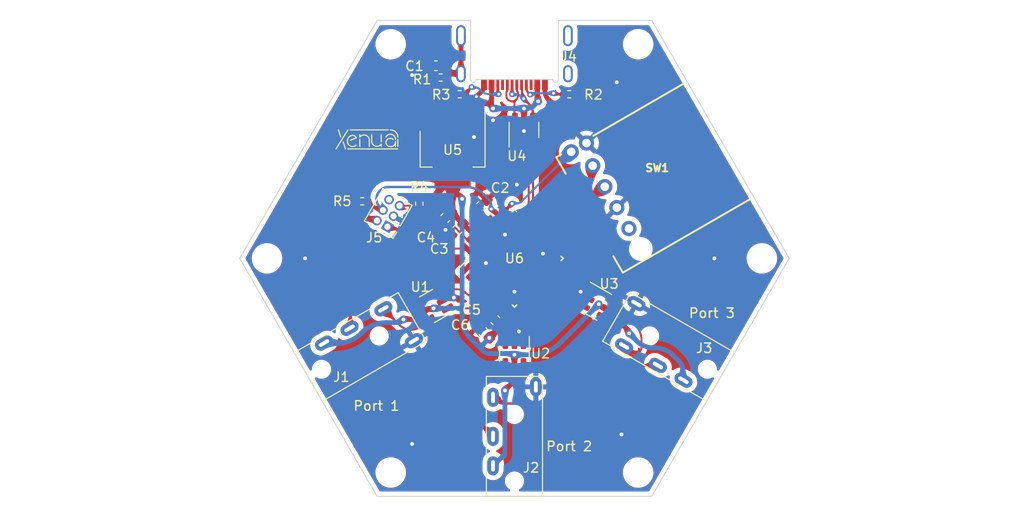
<source format=kicad_pcb>
(kicad_pcb (version 20211014) (generator pcbnew)

  (general
    (thickness 1.6)
  )

  (paper "A4")
  (layers
    (0 "F.Cu" signal)
    (31 "B.Cu" signal)
    (32 "B.Adhes" user "B.Adhesive")
    (33 "F.Adhes" user "F.Adhesive")
    (34 "B.Paste" user)
    (35 "F.Paste" user)
    (36 "B.SilkS" user "B.Silkscreen")
    (37 "F.SilkS" user "F.Silkscreen")
    (38 "B.Mask" user)
    (39 "F.Mask" user)
    (40 "Dwgs.User" user "User.Drawings")
    (41 "Cmts.User" user "User.Comments")
    (42 "Eco1.User" user "User.Eco1")
    (43 "Eco2.User" user "User.Eco2")
    (44 "Edge.Cuts" user)
    (45 "Margin" user)
    (46 "B.CrtYd" user "B.Courtyard")
    (47 "F.CrtYd" user "F.Courtyard")
    (48 "B.Fab" user)
    (49 "F.Fab" user)
    (50 "User.1" user)
    (51 "User.2" user)
    (52 "User.3" user)
    (53 "User.4" user)
    (54 "User.5" user)
    (55 "User.6" user)
    (56 "User.7" user)
    (57 "User.8" user)
    (58 "User.9" user)
  )

  (setup
    (stackup
      (layer "F.SilkS" (type "Top Silk Screen"))
      (layer "F.Paste" (type "Top Solder Paste"))
      (layer "F.Mask" (type "Top Solder Mask") (thickness 0.01))
      (layer "F.Cu" (type "copper") (thickness 0.035))
      (layer "dielectric 1" (type "core") (thickness 1.51) (material "FR4") (epsilon_r 4.5) (loss_tangent 0.02))
      (layer "B.Cu" (type "copper") (thickness 0.035))
      (layer "B.Mask" (type "Bottom Solder Mask") (thickness 0.01))
      (layer "B.Paste" (type "Bottom Solder Paste"))
      (layer "B.SilkS" (type "Bottom Silk Screen"))
      (copper_finish "None")
      (dielectric_constraints no)
    )
    (pad_to_mask_clearance 0)
    (pcbplotparams
      (layerselection 0x00010fc_ffffffff)
      (disableapertmacros false)
      (usegerberextensions false)
      (usegerberattributes true)
      (usegerberadvancedattributes true)
      (creategerberjobfile true)
      (svguseinch false)
      (svgprecision 6)
      (excludeedgelayer true)
      (plotframeref false)
      (viasonmask false)
      (mode 1)
      (useauxorigin false)
      (hpglpennumber 1)
      (hpglpenspeed 20)
      (hpglpendiameter 15.000000)
      (dxfpolygonmode true)
      (dxfimperialunits true)
      (dxfusepcbnewfont true)
      (psnegative false)
      (psa4output false)
      (plotreference true)
      (plotvalue true)
      (plotinvisibletext false)
      (sketchpadsonfab false)
      (subtractmaskfromsilk false)
      (outputformat 1)
      (mirror false)
      (drillshape 1)
      (scaleselection 1)
      (outputdirectory "")
    )
  )

  (net 0 "")
  (net 1 "Net-(C1-Pad1)")
  (net 2 "GND")
  (net 3 "Net-(C2-Pad2)")
  (net 4 "+3V3")
  (net 5 "Net-(J1-PadR1)")
  (net 6 "Net-(J1-PadR2)")
  (net 7 "Net-(J2-PadR1)")
  (net 8 "Net-(J2-PadR2)")
  (net 9 "Net-(J3-PadR1)")
  (net 10 "Net-(J3-PadR2)")
  (net 11 "/SWDIO")
  (net 12 "/RST")
  (net 13 "/SWCLK")
  (net 14 "unconnected-(J5-Pad6)")
  (net 15 "Net-(J4-PadA5)")
  (net 16 "Net-(J4-PadB5)")
  (net 17 "/P1_SCL")
  (net 18 "/P1_SDA")
  (net 19 "/P2_SCL")
  (net 20 "/P2_SDA")
  (net 21 "/P3_SCL")
  (net 22 "/P3_SDA")
  (net 23 "/USBD-")
  (net 24 "/USBD+")
  (net 25 "/DP")
  (net 26 "VBUS")
  (net 27 "/DM")
  (net 28 "unconnected-(U6-Pad1)")
  (net 29 "unconnected-(U6-Pad2)")
  (net 30 "unconnected-(U6-Pad3)")
  (net 31 "unconnected-(U6-Pad4)")
  (net 32 "unconnected-(U6-Pad7)")
  (net 33 "unconnected-(U6-Pad8)")
  (net 34 "unconnected-(U6-Pad13)")
  (net 35 "unconnected-(U6-Pad14)")
  (net 36 "unconnected-(U6-Pad15)")
  (net 37 "unconnected-(U6-Pad16)")
  (net 38 "unconnected-(U6-Pad22)")
  (net 39 "unconnected-(U6-Pad27)")
  (net 40 "unconnected-(J4-PadA8)")
  (net 41 "unconnected-(J4-PadB8)")
  (net 42 "/SW1")
  (net 43 "/SW_A")
  (net 44 "/SW_B")
  (net 45 "unconnected-(U6-Pad21)")

  (footprint "Package_TO_SOT_SMD:SOT-23-6" (layer "F.Cu") (at 187 52 -150))

  (footprint "pj320a:Jack_3.5mm_PJ320A_Horizontal" (layer "F.Cu") (at 175.229681 58.65 30))

  (footprint "MountingHole:MountingHole_2.2mm_M2_DIN965" (layer "F.Cu") (at 208.5 69.5))

  (footprint "Package_TO_SOT_SMD:SOT-23-6" (layer "F.Cu") (at 195.5 57 -90))

  (footprint "MountingHole:MountingHole_2.2mm_M2_DIN965" (layer "F.Cu") (at 182.5 24.5))

  (footprint "Resistor_SMD:R_0402_1005Metric_Pad0.72x0.64mm_HandSolder" (layer "F.Cu") (at 185.5 41.25 -90))

  (footprint "Resistor_SMD:R_0402_1005Metric_Pad0.72x0.64mm_HandSolder" (layer "F.Cu") (at 189.75 29.75))

  (footprint "Capacitor_SMD:C_0603_1608Metric_Pad1.08x0.95mm_HandSolder" (layer "F.Cu") (at 192.25 54.75 135))

  (footprint "MountingHole:MountingHole_2.2mm_M2_DIN965" (layer "F.Cu") (at 208.5 24.5))

  (footprint "Capacitor_SMD:C_0603_1608Metric_Pad1.08x0.95mm_HandSolder" (layer "F.Cu") (at 189.5 44 -135))

  (footprint "Package_TO_SOT_SMD:SOT-23-6" (layer "F.Cu") (at 196.5 33.5 90))

  (footprint "MountingHole:MountingHole_2.2mm_M2_DIN965" (layer "F.Cu") (at 169.5 47))

  (footprint "Resistor_SMD:R_0402_1005Metric_Pad0.72x0.64mm_HandSolder" (layer "F.Cu") (at 201.25 29.75))

  (footprint "Capacitor_SMD:C_0603_1608Metric_Pad1.08x0.95mm_HandSolder" (layer "F.Cu") (at 187.25 26.75 180))

  (footprint "Capacitor_SMD:C_0603_1608Metric_Pad1.08x0.95mm_HandSolder" (layer "F.Cu") (at 192 41.5 -135))

  (footprint "Resistor_SMD:R_0402_1005Metric_Pad0.72x0.64mm_HandSolder" (layer "F.Cu") (at 187.75 28 180))

  (footprint "xenua:USB_C_Receptacle_GCT_USB4510" (layer "F.Cu") (at 195.5 22 180))

  (footprint "pj320a:Jack_3.5mm_PJ320A_Horizontal" (layer "F.Cu") (at 215.770319 58.65 150))

  (footprint "pj320a:Jack_3.5mm_PJ320A_Horizontal" (layer "F.Cu") (at 195.5 70.4 90))

  (footprint "xenua:EVQWGD001" (layer "F.Cu") (at 210.5 37.75 30))

  (footprint "xenua:sig" (layer "F.Cu") (at 176.75 35.5))

  (footprint "Package_QFP:TQFP-32_7x7mm_P0.8mm" (layer "F.Cu") (at 195.5 47 45))

  (footprint "Package_TO_SOT_SMD:SOT-223-3_TabPin2" (layer "F.Cu") (at 189 35.5 -90))

  (footprint "Capacitor_SMD:C_0603_1608Metric_Pad1.08x0.95mm_HandSolder" (layer "F.Cu") (at 188.25 42.75 -135))

  (footprint "Connector_PinHeader_1.27mm:PinHeader_2x03_P1.27mm_Vertical" (layer "F.Cu") (at 182.153766 43.666683 150))

  (footprint "MountingHole:MountingHole_2.2mm_M2_DIN965" (layer "F.Cu") (at 182.5 69.5))

  (footprint "Resistor_SMD:R_0402_1005Metric_Pad0.72x0.64mm_HandSolder" (layer "F.Cu") (at 179.5 41 180))

  (footprint "Package_TO_SOT_SMD:SOT-23-6" (layer "F.Cu") (at 204.25 51.75 -30))

  (footprint "MountingHole:MountingHole_2.2mm_M2_DIN965" (layer "F.Cu") (at 221.5 47))

  (footprint "Capacitor_SMD:C_0603_1608Metric_Pad1.08x0.95mm_HandSolder" (layer "F.Cu") (at 193.5 53.5 135))

  (gr_line (start 195.5 28.3) (end 196.5 28.3) (layer "Dwgs.User") (width 0.15) (tstamp 31bd80de-4bb5-4c77-a663-2affc4147372))
  (gr_line (start 195.5 28.3) (end 194.5 28.3) (layer "Dwgs.User") (width 0.15) (tstamp 944dbd01-505d-494d-9f63-f2c8bd1db418))
  (gr_line (start 224.368 47) (end 209.934 72) (layer "Edge.Cuts") (width 0.1) (tstamp 0743bc59-afe2-4752-9e56-a24822d18aaa))
  (gr_line (start 181.066 22) (end 166.632 47) (layer "Edge.Cuts") (width 0.1) (tstamp 473ddb9d-3e9e-4912-a8c3-fb5b4dbbf8df))
  (gr_line (start 200.12 22) (end 209.934 22) (layer "Edge.Cuts") (width 0.1) (tstamp a6571e26-fdcf-48c3-8604-da94c9af25e8))
  (gr_line (start 181.066 72) (end 209.934 72) (layer "Edge.Cuts") (width 0.1) (tstamp c8afab4b-9964-4341-bc31-892e7e579723))
  (gr_line (start 224.368 47) (end 209.934 22) (layer "Edge.Cuts") (width 0.1) (tstamp dd35352e-d89e-484d-bef8-bac58c66a85a))
  (gr_line (start 166.632 47) (end 181.066 72) (layer "Edge.Cuts") (width 0.1) (tstamp ee989edf-8027-449d-bb77-fbb7e3e7649d))
  (gr_line (start 181.066 22) (end 190.88 22) (layer "Edge.Cuts") (width 0.1) (tstamp f46c70dd-2f86-4294-a0b2-5b136aa818ef))
  (gr_text "Port 3" (at 216.25 52.75) (layer "F.SilkS") (tstamp 5766246d-539d-4256-86a4-9f8349610f84)
    (effects (font (size 1 1) (thickness 0.15)))
  )
  (gr_text "Port 2" (at 201.25 66.75) (layer "F.SilkS") (tstamp 9148d79b-a1b9-4ec5-ae49-7b2d5d0299a9)
    (effects (font (size 1 1) (thickness 0.15)))
  )
  (gr_text "Port 1" (at 181 62.5) (layer "F.SilkS") (tstamp e577fdcc-c176-4b4b-a228-e30f5b47f147)
    (effects (font (size 1 1) (thickness 0.15)))
  )

  (segment (start 189.030342 27.6) (end 189.42125 27.6) (width 0.5) (layer "F.Cu") (net 1) (tstamp 3f1b46a9-de00-44b6-b302-95ba5d4fc7be))
  (segment (start 189.88 27.14125) (end 189.88 23.6) (width 0.5) (layer "F.Cu") (net 1) (tstamp 8ef27395-8f02-4464-91f7-6df2b86cc43f))
  (segment (start 188.5475 27.8) (end 188.3475 28) (width 0.5) (layer "F.Cu") (net 1) (tstamp a8438cf0-2b94-4a9d-8963-c8f4621cc31d))
  (segment (start 188.638114 27.275614) (end 188.1125 26.75) (width 0.5) (layer "F.Cu") (net 1) (tstamp d354ecac-b3bc-4fed-903e-10d10882139b))
  (arc (start 188.638114 27.275614) (mid 188.99742 27.515694) (end 189.42125 27.6) (width 0.5) (layer "F.Cu") (net 1) (tstamp 03d57b22-a0ad-4d3d-9d1c-5573371e6c2f))
  (arc (start 189.88 27.14125) (mid 189.745635 27.465635) (end 189.42125 27.6) (width 0.5) (layer "F.Cu") (net 1) (tstamp 159c8092-f459-40eb-b409-c2cace814e6e))
  (arc (start 189.42125 27.6) (mid 189.745635 27.465635) (end 189.88 27.14125) (width 0.5) (layer "F.Cu") (net 1) (tstamp 86f6faec-7eee-404c-a73a-2ae625f33d8c))
  (arc (start 189.030342 27.6) (mid 188.769029 27.651978) (end 188.5475 27.8) (width 0.5) (layer "F.Cu") (net 1) (tstamp 90337a8b-a8c5-48e1-ad0f-b0e67716fe3c))
  (arc (start 189.42125 27.6) (mid 189.42125 27.6) (end 189.42125 27.6) (width 0.5) (layer "F.Cu") (net 1) (tstamp d3db736b-0e33-4126-b950-5488923df40e))
  (segment (start 188.25 44) (end 188.849188 44.599188) (width 0.5) (layer "F.Cu") (net 2) (tstamp 03719843-5435-4291-8e92-d5b393806fb9))
  (segment (start 187.64012 43.375) (end 187.64012 43.60988) (width 0.5) (layer "F.Cu") (net 2) (tstamp 11dc4169-9f40-4605-8579-68c147f18d6b))
  (segment (start 195.5 50.5) (end 195.835786 50.5) (width 0.5) (layer "F.Cu") (net 2) (tstamp 19231caf-260d-414a-8f99-844fa96fa85d))
  (segment (start 191.3 32.4) (end 191.3 34.164644) (width 0.5) (layer "F.Cu") (net 2) (tstamp 1ef98e3c-1ed0-4ea3-997b-56d6e4637e06))
  (segment (start 203.083322 51.133822) (end 202.4495 50.5) (width 0.5) (layer "F.Cu") (net 2) (tstamp 215ce0f6-5af5-4b67-ae69-b288192d34e1))
  (segment (start 201.423749 30.326249) (end 201.793583 29.956416) (width 0.5) (layer "F.Cu") (net 2) (tstamp 27f54d44-db75-494a-bf17-28711be56dd5))
  (segment (start 200.400727 30.75) (end 200.065685 30.75) (width 0.5) (layer "F.Cu") (net 2) (tstamp 3367fb38-f56e-440d-91f9-dfa690d3f082))
  (segment (start 188.875 44.60988) (end 188.89012 44.60988) (width 0.5) (layer "F.Cu") (net 2) (tstamp 3a447120-bb13-4c44-a114-ff648619224b))
  (segment (start 191.64012 54.14012) (end 191.34012 54.14012) (width 0.5) (layer "F.Cu") (net 2) (tstamp 4301754c-6d5d-4383-afc6-8c9a9e772a4c))
  (segment (start 191.35 32.35) (end 192.993933 32.35) (width 0.5) (layer "F.Cu") (net 2) (tstamp 55f1c4af-adb5-49e0-ace7-9fc384f5d29d))
  (segment (start 194.5 44.5) (end 194.032843 44.5) (width 0.5) (layer "F.Cu") (net 2) (tstamp 671095b0-ed5a-4ae7-ac85-9ee83cba59d8))
  (segment (start 187.650811 43.400811) (end 188.25 44) (width 0.5) (layer "F.Cu") (net 2) (tstamp 6fc9f2c2-bef9-48e2-9027-eb42ac7b78fe))
  (segment (start 193.25 32.5) (end 193.175 32.425) (width 0.5) (layer "F.Cu") (net 2) (tstamp 76bbad38-00e2-41b2-9ddd-aff8d95e873f))
  (segment (start 193.235356 44.16967) (end 192.777639 43.711953) (width 0.5) (layer "F.Cu") (net 2) (tstamp 844267ab-0c59-45ad-9cf9-19c1e73a2831))
  (segment (start 191.3 32.414644) (end 191.3 32.4) (width 0.5) (layer "F.Cu") (net 2) (tstamp 86b0791e-e64d-41a6-9b4e-9b2d1dee1dac))
  (segment (start 192.3 28.975244) (end 192.3 28.75) (width 0.5) (layer "F.Cu") (net 2) (tstamp 8732a11f-3ef6-4396-b98d-830ac6bfa2c8))
  (segment (start 198.7 29.384314) (end 198.7 28.75) (width 0.5) (layer "F.Cu") (net 2) (tstamp 89e4cfba-750c-4083-acc4-ed21bb6833df))
  (segment (start 188.517086 51.119622) (end 189.130378 51.119622) (width 0.5) (layer "F.Cu") (net 2) (tstamp 976eff56-3816-452d-9c77-d211b78adaef))
  (segment (start 188.140918 51.275436) (end 187.985104 51.43125) (width 0.5) (layer "F.Cu") (net 2) (tstamp 9821fdbc-a1cd-4bf4-b25b-5f699978c34b))
  (segment (start 191.275 34.225) (end 191.25 34.25) (width 0.5) (layer "F.Cu") (net 2) (tstamp 9a5c3670-eaa7-4dcf-9286-43ba42ac67e7))
  (segment (start 196.5 33.6245) (end 196.5 34.6375) (width 0.5) (layer "F.Cu") (net 2) (tstamp a3af9b14-6380-4eca-a818-510262168f6c))
  (segment (start 203.197823 51.18125) (end 203.264896 51.18125) (width 0.5) (layer "F.Cu") (net 2) (tstamp a6e977e2-d6fd-497d-8dbf-799018d7fc04))
  (segment (start 192.60988 40.89012) (end 192.85988 40.89012) (width 0.5) (layer "F.Cu") (net 2) (tstamp b9c85551-8712-46b2-8570-ce78df9e2527))
  (segment (start 195.5 55.473111) (end 195.5 55.8625) (width 0.5) (layer "F.Cu") (net 2) (tstamp bd5982a1-f298-433e-aa00-1ad636989dff))
  (segment (start 196.409009 50.737436) (end 197.09099 51.419417) (width 0.5) (layer "F.Cu") (net 2) (tstamp cb6c4e8c-26d9-4358-bd61-00ae2e9a6b1a))
  (segment (start 201.8475 29.82625) (end 201.8475 29.75) (width 0.5) (layer "F.Cu") (net 2) (tstamp d0f6e10f-1fd2-416c-88b9-9d59eb93655c))
  (segment (start 191.5 30.000489) (end 192.140728 29.35976) (width 0.5) (layer "F.Cu") (net 2) (tstamp d2070829-6614-4d36-90ec-2c8dd2f421fd))
  (segment (start 191.275 32.475) (end 191.25 32.5) (width 0.5) (layer "F.Cu") (net 2) (tstamp e8fa3293-2de2-4a5a-9283-356607904c7c))
  (segment (start 195.964813 54.679626) (end 195.732406 54.912032) (width 0.5) (layer "F.Cu") (net 2) (tstamp fae566e4-cd29-42fd-a0cf-1046552b93b0))
  (via (at 216.5 47) (size 0.8) (drill 0.4) (layers "F.Cu" "B.Cu") (free) (net 2) (tstamp 03236581-83d5-46f9-9b92-dfba08a17e3e))
  (via (at 191.25 34.25) (size 0.8) (drill 0.4) (layers "F.Cu" "B.Cu") (net 2) (tstamp 1c4bf035-050b-405c-bea5-ceb3db0151fd))
  (via (at 195.964813 54.679626) (size 0.8) (drill 0.4) (layers "F.Cu" "B.Cu") (net 2) (tstamp 2eb2e4d3-f2ce-4f29-9070-1c4837a13861))
  (via (at 188.25 44) (size 0.8) (drill 0.4) (layers "F.Cu" "B.Cu") (net 2) (tstamp 2fe521ff-d6d1-4c05-8296-4c946423024c))
  (via (at 194.5 44.5) (size 0.8) (drill 0.4) (layers "F.Cu" "B.Cu") (free) (net 2) (tstamp 3b4c2257-f4dd-4ad9-b415-910c47910fb8))
  (via (at 192.5 47.5) (size 0.8) (drill 0.4) (layers "F.Cu" "B.Cu") (free) (net 2) (tstamp 43044d53-b707-4d3a-afb5-42d6b6af2e7c))
  (via (at 195.5 50.5) (size 0.8) (drill 0.4) (layers "F.Cu" "B.Cu") (free) (net 2) (tstamp 6431d07b-1cc3-48bf-98c9-a73b1e3fc17b))
  (via (at 173.5 47) (size 0.8) (drill 0.4) (layers "F.Cu" "B.Cu") (free) (net 2) (tstamp 841a072b-b3fa-45b8-a76b-f9a5c81a1364))
  (via (at 191.5 30.000489) (size 0.6) (drill 0.3) (layers "F.Cu" "B.Cu") (net 2) (tstamp 91f3669f-b5e2-4adf-afb0-e37eed958e60))
  (via (at 202.4495 50.5) (size 0.8) (drill 0.4) (layers "F.Cu" "B.Cu") (net 2) (tstamp 9707b9bf-a5fc-4e09-aebe-5bc06e829499))
  (via (at 206.75 65.5) (size 0.8) (drill 0.4) (layers "F.Cu" "B.Cu") (free) (net 2) (tstamp adb90deb-6853-4230-a382-6c8831b3f4f3))
  (via (at 198.5 46.5) (size 0.8) (drill 0.4) (layers "F.Cu" "B.Cu") (free) (net 2) (tstamp b439546a-c621-4887-b3aa-bc0ca20da5cb))
  (via (at 189.130378 51.119622) (size 0.8) (drill 0.4) (layers "F.Cu" "B.Cu") (net 2) (tstamp b6eda8ee-c639-4010-a71e-f418426c448a))
  (via (at 195.75 39.25) (size 0.8) (drill 0.4) (layers "F.Cu" "B.Cu") (free) (net 2) (tstamp bc4305ae-ca06-4789-823d-45aef5e290e2))
  (via (at 184.75 27.75) (size 0.8) (drill 0.4) (layers "F.Cu" "B.Cu") (free) (net 2) (tstamp c490a0cc-a139-4ae9-b6ad-1f989dec564b))
  (via (at 193.25 32.5) (size 0.8) (drill 0.4) (layers "F.Cu" "B.Cu") (net 2) (tstamp c569fb6a-628e-48b4-805b-d04f577f815a))
  (via (at 196.5 33.6245) (size 0.8) (drill 0.4) (layers "F.Cu" "B.Cu") (net 2) (tstamp d52eb3e6-c3f0-4f18-ac0b-40f1f9e6fd5e))
  (via (at 206.25 28.5) (size 0.8) (drill 0.4) (layers "F.Cu" "B.Cu") (free) (net 2) (tstamp f0d4f2d5-ebc4-472c-9ad0-46e60ab32a6a))
  (via (at 184.75 66.5) (size 0.8) (drill 0.4) (layers "F.Cu" "B.Cu") (free) (net 2) (tstamp fd8cd4a1-8cce-4033-93c0-c4b68cc71c6b))
  (arc (start 193.175 32.425) (mid 193.091925 32.369491) (end 192.993933 32.35) (width 0.5) (layer "F.Cu") (net 2) (tstamp 0f3121ae-1081-4d81-b548-dceafa613e21))
  (arc (start 191.35 32.35) (mid 191.314644 32.364644) (end 191.3 32.4) (width 0.5) (layer "F.Cu") (net 2) (tstamp 5de5a872-aa15-495b-b53b-b8a64bbfa4f0))
  (arc (start 201.8475 29.82625) (mid 201.833487 29.896695) (end 201.793583 29.956416) (width 0.5) (layer "F.Cu") (net 2) (tstamp 644ebc55-9b92-49bd-8dfa-8a3a0dd8d76d))
  (arc (start 191.3 32.4) (mid 191.3 32.4) (end 191.3 32.4) (width 0.5) (layer "F.Cu") (net 2) (tstamp 6579642b-a152-47f7-af0e-0d8866bdfcb8))
  (arc (start 187.64012 43.375) (mid 187.64012 43.375) (end 187.64012 43.375) (width 0.5) (layer "F.Cu") (net 2) (tstamp 66cc4ddc-a52d-4ad7-986e-68f000539802))
  (arc (start 191.3 32.414644) (mid 191.293502 32.447308) (end 191.275 32.475) (width 0.5) (layer "F.Cu") (net 2) (tstamp 6e21d8a8-05db-450e-863d-764ba51b5b58))
  (arc (start 192.3 28.975244) (mid 192.258606 29.183342) (end 192.140728 29.35976) (width 0.5) (layer "F.Cu") (net 2) (tstamp 6e416a78-df14-48ee-9842-e6e24081191e))
  (arc (start 191.3 34.164644) (mid 191.293502 34.197308) (end 191.275 34.225) (width 0.5) (layer "F.Cu") (net 2) (tstamp 85ec87eb-bb51-43f3-adf5-d04ca264762d))
  (arc (start 187.64012 43.375) (mid 187.642898 43.388968) (end 187.650811 43.400811) (width 0.5) (layer "F.Cu") (net 2) (tstamp 8f8bb641-6f96-48dd-a2de-b7e2aaf6efe0))
  (arc (start 198.7 29.384314) (mid 198.803956 29.906939) (end 199.1 30.35) (width 0.5) (layer "F.Cu") (net 2) (tstamp a16dbf15-8f5b-4766-b048-90ba89efcc02))
  (arc (start 188.517086 51.119622) (mid 188.313505 51.160116) (end 188.140918 51.275436) (width 0.5) (layer "F.Cu") (net 2) (tstamp b2f7301d-582c-4990-a060-4a71ef08c6eb))
  (arc (start 199.1 30.35) (mid 199.54306 30.646043) (end 200.065685 30.75) (width 0.5) (layer "F.Cu") (net 2) (tstamp cebfc912-6282-4a1e-923e-74c4961c2aad))
  (arc (start 203.083322 51.133822) (mid 203.135855 51.168923) (end 203.197823 51.18125) (width 0.5) (layer "F.Cu") (net 2) (tstamp cf45f134-35c0-4b31-91e7-048e45f34bf8))
  (arc (start 193.235356 44.16967) (mid 193.601246 44.41415) (end 194.032843 44.5) (width 0.5) (layer "F.Cu") (net 2) (tstamp cfec88d2-05ea-4320-9be6-2559d89ee700))
  (arc (start 191.3 32.4) (mid 191.314644 32.364644) (end 191.35 32.35) (width 0.5) (layer "F.Cu") (net 2) (tstamp eac540a2-0555-4530-b9cb-9b037a65c0a7))
  (arc (start 188.849188 44.599188) (mid 188.86103 44.607101) (end 188.875 44.60988) (width 0.5) (layer "F.Cu") (net 2) (tstamp eb83440d-aa8b-4a1e-9e93-00cf0de78de9))
  (arc (start 195.732406 54.912032) (mid 195.5604 55.169457) (end 195.5 55.473111) (width 0.5) (layer "F.Cu") (net 2) (tstamp f7475c2a-e91e-435c-bec2-3307ef3e1f94))
  (arc (start 201.423749 30.326249) (mid 200.954382 30.63987) (end 200.400727 30.75) (width 0.5) (layer "F.Cu") (net 2) (tstamp fa574bf3-ac2e-449d-91be-bcb1e35bdaba))
  (arc (start 196.409009 50.737436) (mid 196.146012 50.561707) (end 195.835786 50.5) (width 0.5) (layer "F.Cu") (net 2) (tstamp fe1c93f4-4468-424b-a088-27aef08b62b4))
  (segment (start 191.801036 43.866722) (end 192.211953 44.277639) (width 0.3) (layer "F.Cu") (net 3) (tstamp 1bd98adf-6059-495f-94b7-9f4ef4e778fb))
  (segment (start 191.39012 42.874682) (end 191.39012 42.10988) (width 0.3) (layer "F.Cu") (net 3) (tstamp 22f790b9-c1d9-412d-ac0e-7bd254369216))
  (arc (start 191.39012 42.874682) (mid 191.496913 43.41157) (end 191.801036 43.866722) (width 0.3) (layer "F.Cu") (net 3) (tstamp 1d6518e1-cfe9-4078-adc2-cf8e6477b5cb))
  (segment (start 189.48488 42.76512) (end 188.92994 42.21018) (width 0.5) (layer "F.Cu") (net 4) (tstamp 0376f97d-4fda-40e2-8ae7-be256dd0b17a))
  (segment (start 205.193281 52.31875) (end 205.049712 52.31875) (width 0.5) (layer "F.Cu") (net 4) (tstamp 04cd1be7-98f7-4cec-9bc2-093fcec1606d))
  (segment (start 189 39.2) (end 189 41.90092) (width 0.5) (layer "F.Cu") (net 4) (tstamp 04d8fd5a-af67-40da-a8c2-f7fab9d79c3b))
  (segment (start 180.700361 43.031683) (end 181.053914 43.031683) (width 0.5) (layer "F.Cu") (net 4) (tstamp 05c774ee-1959-4a16-b1aa-463d07c36000))
  (segment (start 178.9025 40.706312) (end 178.9025 40.267483) (width 0.5) (layer "F.Cu") (net 4) (tstamp 0b25d268-c1de-4944-b54c-bbdbe2b2ccd7))
  (segment (start 189.48488 42.76512) (end 190.73488 44.01512) (width 0.5) (layer "F.Cu") (net 4) (tstamp 0df798c0-963e-4340-a737-18e50763521e))
  (segment (start 191.604676 44.843324) (end 191.646268 44.843324) (width 0.5) (layer "F.Cu") (net 4) (tstamp 23bdbd44-4a30-4d2c-b3c5-4d4dfb6ad7d1))
  (segment (start 185.85552 52.728124) (end 185.590147 52.993498) (width 0.5) (layer "F.Cu") (net 4) (tstamp 32dcc70a-1e38-4dff-8bd2-7fe6cd7ba6cd))
  (segment (start 195.5 58.644) (end 195.5 59.168393) (width 0.5) (layer "F.Cu") (net 4) (tstamp 37df637f-662f-40f0-adc0-7d1db39f5ebd))
  (segment (start 189 38.1) (end 189 32.35) (width 0.5) (layer "F.Cu") (net 4) (tstamp 37ffdb94-6f74-4094-8d04-8477df25c710))
  (segment (start 189 38.1) (end 189 39.2) (width 0.5) (layer "F.Cu") (net 4) (tstamp 3f206607-332e-4c96-8963-5302804f476f))
  (segment (start 187 52.25) (end 186.559036 52.25) (width 0.5) (layer "F.Cu") (net 4) (tstamp 4fd2be35-f3dc-4152-8d6b-941d855e1521))
  (segment (start 186.24875 40.6525) (end 185.5 40.6525) (width 0.5) (layer "F.Cu") (net 4) (tstamp 5a39367f-3e07-4291-b768-0eec713e54da))
  (segment (start 189.388908 40.138908) (end 190 40.75) (width 0.5) (layer "F.Cu") (net 4) (tstamp 5f0d7789-3d8e-4525-b01d-b4b0497082e8))
  (segment (start 191.533674 44.813914) (end 190.73488 44.01512) (width 0.5) (layer "F.Cu") (net 4) (tstamp 653c887b-6912-4e12-9d5b-b353929ef1fc))
  (segment (start 194.734879 53.484879) (end 193.48488 54.73488) (width 0.5) (layer "F.Cu") (net 4) (tstamp 68f7174d-ce7a-41b4-89f8-dd7e3ded57a1))
  (segment (start 205.276927 52.31875) (end 205.31875 52.31875) (width 0.5) (layer "F.Cu") (net 4) (tstamp 6a1464e6-525c-4f06-8066-5df619f0f8e1))
  (segment (start 178.9025 40.706312) (end 178.9025 41.293687) (width 0.5) (layer "F.Cu") (net 4) (tstamp 6d646c30-feab-4e3e-adf0-5427b73b5f08))
  (segment (start 194.734879 53.484879) (end 196.131897 52.087862) (width 0.5) (layer "F.Cu") (net 4) (tstamp 83428e0e-6169-45e1-8979-696ca9eea4f3))
  (segment (start 204.357821 51.81225) (end 204.733229 52.187658) (width 0.5) (layer "F.Cu") (net 4) (tstamp 87595e44-a48a-4a99-85f5-ef2ea90c9e37))
  (segment (start 207.5505 54.757262) (end 207.5505 54.880378) (width 0.5) (layer "F.Cu") (net 4) (tstamp 8b5bfda2-79a7-4762-a6d8-16647750378e))
  (segment (start 205.193281 52.31875) (end 205.276927 52.31875) (width 0.5) (layer "F.Cu") (net 4) (tstamp 8e1983d7-818b-423d-95d2-7f219e4f6ba3))
  (segment (start 207.463443 54.547089) (end 205.264677 52.348323) (width 0.5) (layer "F.Cu") (net 4) (tstamp 9e999c9d-e058-4f07-9aa3-a9dc594b76bf))
  (segment (start 180.519983 38.65) (end 188.45 38.65) (width 0.5) (layer "F.Cu") (net 4) (tstamp a7b7c2bc-370b-479f-abce-4c34481bb786))
  (segment (start 196.379981 51.985103) (end 196.525305 51.985103) (width 0.5) (layer "F.Cu") (net 4) (tstamp a9eb8cd6-d2df-495d-97f8-cf25705e5da3))
  (segment (start 195.5 57.631) (end 195.5 58.644) (width 0.5) (layer "F.Cu") (net 4) (tstamp b20fb198-6b0b-4cab-9ba8-ea9b46e8088f))
  (segment (start 195 60.3755) (end 194.5 60.8755) (width 0.5) (layer "F.Cu") (net 4) (tstamp b98b2aa4-f17c-4944-a63b-517efd27344b))
  (segment (start 180.096808 42.781683) (end 179.110168 41.795043) (width 0.5) (layer "F.Cu") (net 4) (tstamp bccd5a46-1da8-4bf1-9b2a-fb1f16fc8920))
  (segment (start 192.85988 55.35988) (end 193.48488 54.73488) (width 0.5) (layer "F.Cu") (net 4) (tstamp c71cbc25-a226-480e-9120-4c90056547ed))
  (segment (start 188.611091 39.038908) (end 187.526946 40.123053) (width 0.5) (layer "F.Cu") (net 4) (tstamp d0f049fb-26c8-40cf-b864-89ecd411f7f5))
  (segment (start 183.831753 53.418247) (end 184.564713 53.418247) (width 0.5) (layer "F.Cu") (net 4) (tstamp db128544-f66c-42f4-beb9-1d8c80c15d88))
  (segment (start 186.174271 52.409375) (end 185.85552 52.728124) (width 0.5) (layer "F.Cu") (net 4) (tstamp e3903eeb-8b72-4b40-a088-cbbba270c01b))
  (segment (start 195.5 57.631) (end 195.5 57.1245) (width 0.5) (layer "F.Cu") (net 4) (tstamp fa5ea037-1b76-4529-80bf-e23d4b9a0e7b))
  (via (at 207.5505 54.880378) (size 0.8) (drill 0.4) (layers "F.Cu" "B.Cu") (net 4) (tstamp 15841606-09ac-42c9-ac6d-455675705d16))
  (via (at 192.85988 55.35988) (size 0.8) (drill 0.4) (layers "F.Cu" "B.Cu") (net 4) (tstamp 1c637a12-9164-4b3f-bfa5-f05fb9034af2))
  (via (at 190 40.75) (size 0.8) (drill 0.4) (layers "F.Cu" "B.Cu") (net 4) (tstamp 1fd275a0-197e-4d60-9ea7-4acf500af443))
  (via (at 195.5 57.1245) (size 0.8) (drill 0.4) (layers "F.Cu" "B.Cu") (net 4) (tstamp 3cf37809-8882-441f-bd8e-11eadeb9b4f2))
  (via (at 194.5 60.8755) (size 0.8) (drill 0.4) (layers "F.Cu" "B.Cu") (net 4) (tstamp 4e3faa3b-685b-4b59-bbf2-b4a54ad2dfc1))
  (via (at 183.831753 53.418247) (size 0.8) (drill 0.4) (layers "F.Cu" "B.Cu") (net 4) (tstamp 60d2675f-2544-4550-ba8e-d0ef2889d24f))
  (via (at 187 52.25) (size 0.8) (drill 0.4) (layers "F.Cu" "B.Cu") (net 4) (tstamp 88c5b4a9-3364-45ea-b9c0-bb33f0271133))
  (via (at 204.357821 51.81225) (size 0.8) (drill 0.4) (layers "F.Cu" "B.Cu") (net 4) (tstamp b9112406-6880-496a-8cf3-329d93d8abc3))
  (arc (start 188.45 38.65) (mid 188.838908 38.488908) (end 189 38.1) (width 0.5) (layer "F.Cu") (net 4) (tstamp 0208dcec-5844-41d6-8382-4437ac8ac82d))
  (arc (start 189 39.2) (mid 188.859364 38.989523) (end 188.611091 39.038908) (width 0.5) (layer "F.Cu") (net 4) (tstamp 1569382e-a4f5-4166-a19c-b78580f8c980))
  (arc (start 178.9025 41.293687) (mid 178.956471 41.565019) (end 179.110168 41.795043) (width 0.5) (layer "F.Cu") (net 4) (tstamp 291e4200-f3c9-4b61-8158-17e8c4424a24))
  (arc (start 186.559036 52.25) (mid 186.350802 52.29142) (end 186.174271 52.409375) (width 0.5) (layer "F.Cu") (net 4) (tstamp 33064f56-88c0-44a1-ac52-96957fe5ad49))
  (arc (start 191.533674 44.813914) (mid 191.566249 44.83568) (end 191.604676 44.843324) (width 0.5) (layer "F.Cu") (net 4) (tstamp 35e60fa0-27cf-4d0e-8bab-b364400c08c0))
  (arc (start 205.276927 52.31875) (mid 205.260921 52.329444) (end 205.264677 52.348323) (width 0.5) (layer "F.Cu") (net 4) (tstamp 376a6f44-cf22-4d88-ac13-30f83803795f))
  (arc (start 189 41.90092) (mid 188.981791 41.992457) (end 188.92994 42.07006) (width 0.5) (layer "F.Cu") (net 4) (tstamp 4208e41d-1d0a-40b9-bf94-fcbeb6562f9d))
  (arc (start 189 39.2) (mid 189 39.2) (end 189 39.2) (width 0.5) (layer "F.Cu") (net 4) (tstamp 4625ef31-ba9f-4b3e-8ebc-93b4658ad74a))
  (arc (start 180.096808 42.781683) (mid 180.37372 42.96671) (end 180.700361 43.031683) (width 0.5) (layer "F.Cu") (net 4) (tstamp 4c069f0b-8c76-44a0-a999-7bd72a3e8dee))
  (arc (start 187.526946 40.123053) (mid 186.940504 40.514901) (end 186.24875 40.6525) (width 0.5) (layer "F.Cu") (net 4) (tstamp 52d326d4-51c9-4c17-8412-9aaf3e6cdf4c))
  (arc (start 207.463443 54.547089) (mid 207.527874 54.643517) (end 207.5505 54.757262) (width 0.5) (layer "F.Cu") (net 4) (tstamp 578f33ff-8d12-4136-bb61-e55b7655fa5b))
  (arc (start 205.264677 52.348323) (mid 205.23192 52.326435) (end 205.193281 52.31875) (width 0.5) (layer "F.Cu") (net 4) (tstamp 60d30b2f-02cb-42f2-b2ed-c84cb33e3e36))
  (arc (start 196.379981 51.985103) (mid 196.245719 52.011809) (end 196.131897 52.087862) (width 0.5) (layer "F.Cu") (net 4) (tstamp 664ea685-f665-4315-aadf-581a656f41df))
  (arc (start 195.5 59.168393) (mid 195.370054 59.821674) (end 195 60.3755) (width 0.5) (layer "F.Cu") (net 4) (tstamp 933a17ae-06d4-4de3-aae1-d3835cc0d957))
  (arc (start 189 39.2) (mid 189.101073 39.708133) (end 189.388908 40.138908) (width 0.5) (layer "F.Cu") (net 4) (tstamp 9d2af601-5327-4706-9acb-978b65e95af5))
  (arc (start 188.611091 39.038908) (mid 188.660475 38.790635) (end 188.45 38.65) (width 0.5) (layer "F.Cu") (net 4) (tstamp a2ead14b-89a8-4438-a7df-7876de28e69a))
  (arc (start 185.590147 52.993498) (mid 185.119674 53.307858) (end 184.564713 53.418247) (width 0.5) (layer "F.Cu") (net 4) (tstamp a6694369-d7a9-41d0-a88e-8a3c16982564))
  (arc (start 180.519983 38.65) (mid 179.900999 38.773123) (end 179.37625 39.12375) (width 0.5) (layer "F.Cu") (net 4) (tstamp ac0e5582-f44c-4bc2-8ae7-2c3f1115fb00))
  (arc (start 204.733229 52.187658) (mid 204.878432 52.28468) (end 205.049712 52.31875) (width 0.5) (layer "F.Cu") (net 4) (tstamp c2564ecf-bd43-431d-b9a2-c7be54487485))
  (arc (start 188.92994 42.07006) (mid 188.90092 42.14012) (end 188.92994 42.21018) (width 0.5) (layer "F.Cu") (net 4) (tstamp d1f81642-eb3a-4277-b357-9cbb5a3aa5ac))
  (arc (start 179.37625 39.12375) (mid 179.025623 39.648499) (end 178.9025 40.267483) (width 0.5) (layer "F.Cu") (net 4) (tstamp df3e0d78-29b1-4811-9600-571610f4b8a8))
  (segment (start 204.357821 51.81225) (end 200.299119 55.870951) (width 0.5) (layer "B.Cu") (net 4) (tstamp 06ce9a2f-62c9-4ebd-81db-3fa9016ba633))
  (segment (start 190 40.75) (end 190 51.125) (width 0.5) (layer "B.Cu") (net 4) (tstamp 06cf9d8c-80ee-474a-9941-3419d77ef170))
  (segment (start 189.625 52.25) (end 187 52.25) (width 0.5) (layer "B.Cu") (net 4) (tstamp 0f2345df-1720-4a1d-8df4-9dea06adef0f))
  (segment (start 191.5625 56.0625) (end 190.795495 55.295495) (width 0.5) (layer "B.Cu") (net 4) (tstamp 19a9d3b5-5aa1-449e-ab8e-d103756ba404))
  (segment (start 190 51.875) (end 190 52.625) (width 0.5) (layer "B.Cu") (net 4) (tstamp 1d2d8ec8-1f1b-4d06-9a35-eff8e386bdb8))
  (segment (start 183.665876 53.584123) (end 183.831753 53.418247) (width 0.5) (layer "B.Cu") (net 4) (tstamp 3808ff98-c381-4bc8-9063-5fab6223c5fb))
  (segment (start 179.460514 54.805128) (end 179.38027 54.885373) (width 0.5) (layer "B.Cu") (net 4) (tstamp 3f9a7152-7e4a-4640-b4c9-cab06e70526d))
  (segment (start 190 51.125) (end 190 51.875) (width 0.5) (layer "B.Cu") (net 4) (tstamp 401b5a0c-f502-4551-9d61-fa50a303707e))
  (segment (start 192.941941 57) (end 195.287465 57) (width 0.5) (layer "B.Cu") (net 4) (tstamp 41eb36ad-85e7-4f39-8dca-cb50bceb3b2a))
  (segment (start 208.310311 55.640189) (end 207.5505 54.880378) (width 0.5) (layer "B.Cu") (net 4) (tstamp 48c439fd-8a6d-4e60-bfad-1018cdb1bb64))
  (segment (start 210.144657 56.4) (end 210.235061 56.4) (width 0.5) (layer "B.Cu") (net 4) (tstamp 6a72969c-584a-408a-8c75-b04f16c58fd0))
  (segment (start 194.500239 67.54976) (end 193.25 68.8) (width 0.5) (layer "B.Cu") (net 4) (tstamp 6caa2e3f-ef48-497a-bf14-515d1d49eab1))
  (segment (start 183.265415 53.75) (end 182.007822 53.75) (width 0.5) (layer "B.Cu") (net 4) (tstamp 8ed34d6f-8f07-44c1-a2a3-f184d6d9a08f))
  (segment (start 192.1875 56.6875) (end 191.5625 56.0625) (width 0.5) (layer "B.Cu") (net 4) (tstamp 92822296-9b31-4c78-bfe1-2dc7c2e425bc))
  (segment (start 195.43775 57.06225) (end 195.5 57.1245) (width 0.5) (layer "B.Cu") (net 4) (tstamp 933a5253-1d0e-4516-b330-14ba65ca36d4))
  (segment (start 195.5 57.1245) (end 197.272785 57.1245) (width 0.5) (layer "B.Cu") (net 4) (tstamp ab21e7a8-ef62-40a0-a378-209c765cc4bb))
  (segment (start 204.357821 51.81225) (end 204.357821 51.892179) (width 0.5) (layer "B.Cu") (net 4) (tstamp b47a98da-d24c-4742-b64e-3ffd9972ce0f))
  (segment (start 212.715602 57.715602) (end 212.223736 57.223736) (width 0.5) (layer "B.Cu") (net 4) (tstamp b6af3339-77e3-4805-9423-056f5e2a366f))
  (segment (start 213.259678 59.029117) (end 213.259678 59.798557) (width 0.5) (layer "B.Cu") (net 4) (tstamp be23aa73-d1da-4488-a1e1-b3cf08c1510c))
  (segment (start 190 53.375) (end 190 52.625) (width 0.5) (layer "B.Cu") (net 4) (tstamp c60c4acf-3d6f-48da-b735-ac7a7ae5c6f8))
  (segment (start 192.85988 55.35988) (end 192.85988 55.375) (width 0.5) (layer "B.Cu") (net 4) (tstamp cfc1a7f1-4f5f-4e2a-9495-cffc1dc92ace))
  (segment (start 176.927261 55.901443) (end 175.490322 55.901443) (width 0.5) (layer "B.Cu") (net 4) (tstamp e5ad5b73-1a14-43b4-b264-e78da8de87af))
  (segment (start 194.5 60.8755) (end 194.5 67.548703) (width 0.5) (layer "B.Cu") (net 4) (tstamp ef8deca4-cde3-44ed-8f08-1405b9ee4373))
  (segment (start 192.187499 56.062499) (end 192.849188 55.400811) (width 0.5) (layer "B.Cu") (net 4) (tstamp fb96b022-c681-407f-ac0d-f5be84121c37))
  (arc (start 212.715602 57.715602) (mid 213.118277 58.318247) (end 213.259678 59.029117) (width 0.5) (layer "B.Cu") (net 4) (tstamp 09321bf4-1ea1-49b5-b1f9-ac29d6606a74))
  (arc (start 200.299119 55.870951) (mid 198.910625 56.798713) (end 197.272785 57.1245) (width 0.5) (layer "B.Cu") (net 4) (tstamp 1a1da3ab-0792-420a-a2dd-c670f9cd52e8))
  (arc (start 192.85988 55.375) (mid 192.857101 55.388968) (end 192.849188 55.400811) (width 0.5) (layer "B.Cu") (net 4) (tstamp 22614aba-2c26-4590-8e12-a7a6b6de48de))
  (arc (start 192.187499 56.062499) (mid 192.058057 56.374999) (end 192.1875 56.6875) (width 0.5) (layer "B.Cu") (net 4) (tstamp 3742a313-c63e-4807-a7bf-be5a0ae2c781))
  (arc (start 191.5625 56.0625) (mid 191.874999 56.191941) (end 192.187499 56.062499) (width 0.5) (layer "B.Cu") (net 4) (tstamp 5080cf4c-abda-4232-b279-44d0e6b9bde3))
  (arc (start 190 53.375) (mid 190.206742 54.414364) (end 190.795495 55.295495) (width 0.5) (layer "B.Cu") (net 4) (tstamp 5b867f3d-ce38-4d21-95dd-fe114f76e9dc))
  (arc (start 194.500239 67.549281) (mid 194.500338 67.54952) (end 194.500239 67.54976) (width 0.5) (layer "B.Cu") (net 4) (tstamp 5e27f565-c85a-4f3b-9862-58c0accdd5e3))
  (arc (start 190 52.625) (mid 189.890165 52.359834) (end 189.625 52.25) (width 0.5) (layer "B.Cu") (net 4) (tstamp 7d3a9372-4f99-452e-9767-51a31df66106))
  (arc (start 192.1875 56.6875) (mid 192.53364 56.918783) (end 192.941941 57) (width 0.5) (layer "B.Cu") (net 4) (tstamp 89be6ff8-dff7-4df0-876d-d5989d658e36))
  (arc (start 182.007822 53.75) (mid 180.629229 54.024218) (end 179.460514 54.805128) (width 0.5) (layer "B.Cu") (net 4) (tstamp 9050328c-80d1-449f-94a8-27658961ba9d))
  (arc (start 195.43775 57.06225) (mid 195.368798 57.016178) (end 195.287465 57) (width 0.5) (layer "B.Cu") (net 4) (tstamp 99c0b885-9395-4eaa-a204-8d7dea094883))
  (arc (start 183.665876 53.584123) (mid 183.482143 53.706889) (end 183.265415 53.75) (width 0.5) (layer "B.Cu") (net 4) (tstamp a3a9b316-86eb-411d-82d0-37407c2e4142))
  (arc (start 208.310311 55.640189) (mid 209.151916 56.202531) (end 210.144657 56.4) (width 0.5) (layer "B.Cu") (net 4) (tstamp aa52a4ee-249d-4f84-a65a-9c1702b5bb75))
  (arc (start 179.38027 54.885373) (mid 178.25482 55.637375) (end 176.927261 55.901443) (width 0.5) (layer "B.Cu") (net 4) (tstamp bf3524aa-7451-4bff-a4df-53f0aa1c0aeb))
  (arc (start 212.223736 57.223736) (mid 211.311324 56.614082) (end 210.235061 56.4) (width 0.5) (layer "B.Cu") (net 4) (tstamp d0060422-f68b-4ffa-bca8-6f70dc4f862d))
  (arc (start 189.625 52.25) (mid 189.890165 52.140165) (end 190 51.875) (width 0.5) (layer "B.Cu") (net 4) (tstamp e2349eb5-0f2d-4c2a-b154-1cfe1ab9cd91))
  (arc (start 194.5 67.548703) (mid 194.500062 67.549016) (end 194.500239 67.549281) (width 0.5) (layer "B.Cu") (net 4) (tstamp e315fb88-f764-4ec7-a92b-006692d5e26f))
  (segment (start 185.896535 53.984834) (end 186.489896 53.391474) (width 0.2) (layer "F.Cu") (net 5) (tstamp 353d10af-18da-4a76-9647-8341271e9bc7))
  (segment (start 183.409096 53.984834) (end 181.725705 52.301443) (width 0.2) (layer "F.Cu") (net 5) (tstamp 9db3c135-a7d1-4169-863d-387a1cae1452))
  (arc (start 183.409096 53.984834) (mid 183.979719 54.366112) (end 184.652816 54.5) (width 0.2) (layer "F.Cu") (net 5) (tstamp 8ddee80f-a354-4a11-ae03-acb37cf50626))
  (arc (start 185.896535 53.984834) (mid 185.325912 54.366112) (end 184.652816 54.5) (width 0.2) (layer "F.Cu") (net 5) (tstamp ed76cb21-0b5e-4ca2-8075-7e28e38e7199))
  (segment (start 182.144023 50.5) (end 183.412796 50.5) (width 0.2) (layer "F.Cu") (net 6) (tstamp 28735097-78ba-4ee8-81ae-409197c70305))
  (segment (start 184.916883 51.123013) (end 185.539896 51.746026) (width 0.2) (layer "F.Cu") (net 6) (tstamp 53af02fe-5e71-4006-828c-d42765cd6a8f))
  (segment (start 179.337499 51.662499) (end 178.714679 52.28532) (width 0.2) (layer "F.Cu") (net 6) (tstamp c6c2dde5-ac0c-4e64-8327-e95b073235c7))
  (segment (start 178.175 53.588221) (end 178.175 54.351443) (width 0.2) (layer "F.Cu") (net 6) (tstamp f4b1fa00-7406-401d-8a77-cbd0708ac181))
  (arc (start 178.714679 52.28532) (mid 178.315258 52.883096) (end 178.175 53.588221) (width 0.2) (layer "F.Cu") (net 6) (tstamp 16aa2316-1a67-45e5-b6c4-e59dd85814f4))
  (arc (start 182.144023 50.5) (mid 180.625143 50.802123) (end 179.337499 51.662499) (width 0.2) (layer "F.Cu") (net 6) (tstamp 5891aa7f-2e48-4492-8db1-d54810991036))
  (arc (start 184.916883 51.123013) (mid 184.226802 50.661915) (end 183.412796 50.5) (width 0.2) (layer "F.Cu") (net 6) (tstamp 7f4b7c2c-9af8-4317-9338-c2a6d8990ded))
  (segment (start 193.575 61.925) (end 193.25 61.6) (width 0.25) (layer "F.Cu") (net 7) (tstamp 4eefa2b9-0a99-4c31-a73e-dce3db494272))
  (segment (start 196.45 61.055025) (end 196.45 58.1375) (width 0.25) (layer "F.Cu") (net 7) (tstamp b44709c6-5ba2-4a10-89f2-e6e6dd62901a))
  (segment (start 194.359619 62.25) (end 195.255025 62.25) (width 0.25) (layer "F.Cu") (net 7) (tstamp da11773f-51dd-4c3c-9be6-17f5dce699bf))
  (arc (start 196.1 61.9) (mid 195.712322 62.159037) (end 195.255025 62.25) (width 0.25) (layer "F.Cu") (net 7) (tstamp 3b909fd4-b382-4019-8708-80d1d9a9fe1c))
  (arc (start 196.45 61.055025) (mid 196.359037 61.512322) (end 196.1 61.9) (width 0.25) (layer "F.Cu") (net 7) (tstamp 5f8cf0a3-5039-4ac4-8310-e201f8c0505f))
  (arc (start 193.575 61.925) (mid 193.934986 62.165535) (end 194.359619 62.25) (width 0.25) (layer "F.Cu") (net 7) (tstamp b5de2bf0-583c-45d9-bc5e-15007fe3ede8))
  (segment (start 194.20625 58.1375) (end 194.55 58.1375) (width 0.25) (layer "F.Cu") (net 8) (tstamp 254f268c-baf2-4dbe-bb24-9eda39397444))
  (segment (start 191.75 63.139339) (end 191.75 61.743763) (width 0.25) (layer "F.Cu") (net 8) (tstamp 2ff79a41-9f22-4fe1-94d5-4ed29213b079))
  (segment (start 193.619432 58.380567) (end 192.80625 59.19375) (width 0.25) (layer "F.Cu") (net 8) (tstamp 5549b63e-a6a1-4dc2-962d-37089633fd05))
  (segment (start 192.5 64.95) (end 193.25 65.7) (width 0.25) (layer "F.Cu") (net 8) (tstamp c273d2f8-f30a-40a7-abbc-97e240c283ea))
  (arc (start 191.75 63.139339) (mid 191.944918 64.119261) (end 192.5 64.95) (width 0.25) (layer "F.Cu") (net 8) (tstamp bfdbfa5d-af60-4bcb-aaee-563dc6121e2f))
  (arc (start 194.20625 58.1375) (mid 193.888666 58.200671) (end 193.619432 58.380567) (width 0.25) (layer "F.Cu") (net 8) (tstamp e8a49c58-e69f-4870-ab15-e73f66a8d02b))
  (arc (start 192.80625 59.19375) (mid 192.02451 60.363705) (end 191.75 61.743763) (width 0.25) (layer "F.Cu") (net 8) (tstamp fd693e1b-ee8d-4a26-aae0-561ba4b09a82))
  (segment (start 208.554309 56.945689) (end 208.426776 57.073223) (width 0.2) (layer "F.Cu") (net 9) (tstamp 1d6f050a-f57a-47b3-9039-742132347180))
  (segment (start 207.162869 56.198557) (end 207.301443 56.198557) (width 0.2) (layer "F.Cu") (net 9) (tstamp 4e810807-0c41-44d0-b199-6913bd173b53))
  (segment (start 208.152631 53.938553) (end 205.710104 51.496026) (width 0.2) (layer "F.Cu") (net 9) (tstamp 50ffd615-f10b-4253-8658-03703cd99dc3))
  (segment (start 208.85862 55.642961) (end 208.85862 56.21102) (width 0.2) (layer "F.Cu") (net 9) (tstamp 8f19969c-d17f-4d36-8870-0cd59273e49a))
  (segment (start 207.024295 56.361426) (end 207.024295 56.337131) (width 0.2) (layer "F.Cu") (net 9) (tstamp 9e1aa8af-9c73-4730-9440-30f30f24e1f0))
  (segment (start 207.13946 56.63946) (end 207.573223 57.073223) (width 0.2) (layer "F.Cu") (net 9) (tstamp aef5b95f-7975-4077-9de2-5cd69d34a894))
  (arc (start 208.152631 53.938553) (mid 208.675139 54.720542) (end 208.85862 55.642961) (width 0.2) (layer "F.Cu") (net 9) (tstamp 2fea3f9c-a97b-4a77-88f7-98b3d8a00622))
  (arc (start 207.162869 56.198557) (mid 207.064882 56.239144) (end 207.024295 56.337131) (width 0.2) (layer "F.Cu") (net 9) (tstamp 9fa51663-d9ff-42d5-ab2b-c96b6768fc7a))
  (arc (start 207.024295 56.361426) (mid 207.054225 56.511897) (end 207.13946 56.63946) (width 0.2) (layer "F.Cu") (net 9) (tstamp ab26a42e-b7f6-4a80-b26c-c01085e448c7))
  (arc (start 208.85862 56.21102) (mid 208.779532 56.60862) (end 208.554309 56.945689) (width 0.2) (layer "F.Cu") (net 9) (tstamp d25a1e45-06d1-4c1c-9b3a-0fd8abd0bfed))
  (arc (start 207.573223 57.073223) (mid 207.76903 57.204057) (end 208 57.25) (width 0.2) (layer "F.Cu") (net 9) (tstamp e8558fbd-ea42-43a6-966a-7bd304bdfaad))
  (arc (start 208.426776 57.073223) (mid 208.230969 57.204057) (end 208 57.25) (width 0.2) (layer "F.Cu") (net 9) (tstamp f61adca3-c1e4-457e-8212-9dc978cabab5))
  (segment (start 204.760104 55.707608) (end 204.760104 53.141474) (width 0.2) (layer "F.Cu") (net 10) (tstamp 09401383-4bc5-4bb2-b306-acda0cda34a5))
  (segment (start 207.301052 58.248557) (end 210.575 58.248557) (width 0.2) (layer "F.Cu") (net 10) (tstamp fbb243d1-c4af-4ee3-acac-1bb87f0b419f))
  (arc (start 205.50433 57.50433) (mid 206.328673 58.055138) (end 207.301052 58.248557) (width 0.2) (layer "F.Cu") (net 10) (tstamp 46a20b99-b616-4fa4-af79-eecf92b5c191))
  (arc (start 204.760104 55.707608) (mid 204.953522 56.679987) (end 205.50433 57.50433) (width 0.2) (layer "F.Cu") (net 10) (tstamp 6dfa921c-8a4f-4fcf-a0e7-8718b6271ea9))
  (segment (start 183.186414 43.936414) (end 184.070689 44.820689) (width 0.2) (layer "F.Cu") (net 11) (tstamp 296ebd32-e25d-4bd3-a7a8-b8ebd7e26b00))
  (segment (start 182.535224 43.666683) (end 182.153766 43.666683) (width 0.2) (layer "F.Cu") (net 11) (tstamp 412a2419-90dc-42ae-88f1-174b8684a47f))
  (segment (start 186.856705 45.974695) (end 190.514897 45.974695) (width 0.2) (layer "F.Cu") (net 11) (tstamp ed467a56-dac6-42ac-a9df-e06eb1f09520))
  (arc (start 183.186414 43.936414) (mid 182.887645 43.736783) (end 182.535224 43.666683) (width 0.2) (layer "F.Cu") (net 11) (tstamp df1435bb-8018-455d-9925-63e774164119))
  (arc (start 184.070689 44.820689) (mid 185.348924 45.674778) (end 186.856705 45.974695) (width 0.2) (layer "F.Cu") (net 11) (tstamp ee3188d0-94cf-4bcc-9f57-e516684fc142))
  (segment (start 180.796133 41.698633) (end 180.0975 41) (width 0.25) (layer "F.Cu") (net 12) (tstamp 5a4791c9-b9ed-41f6-b265-552d18a43a2e))
  (segment (start 193.866639 42.580583) (end 193.90901 42.580583) (width 0.2) (layer "F.Cu") (net 12) (tstamp 6357d28d-fcbd-40b7-961f-a7d692fff642))
  (segment (start 193.060275 41.816589) (end 193.794308 42.550622) (width 0.2) (layer "F.Cu") (net 12) (tstamp 7e8c5425-170a-44fc-a23f-552d1e1bb870))
  (segment (start 181.359122 41.931831) (end 181.688914 41.931831) (width 0.25) (layer "F.Cu") (net 12) (tstamp ccc97130-bbf6-454d-940f-bd0a9632f06e))
  (via (at 193.060275 41.816589) (size 0.6) (drill 0.3) (layers "F.Cu" "B.Cu") (net 12) (tstamp 53fa3ef6-0a2b-41d2-b20d-15cb15e969b9))
  (arc (start 193.794308 42.550622) (mid 193.827493 42.572796) (end 193.866639 42.580583) (width 0.2) (layer "F.Cu") (net 12) (tstamp 6776c573-26e6-4a02-ab96-18129f258651))
  (arc (start 180.796133 41.698633) (mid 181.054434 41.871224) (end 181.359122 41.931831) (width 0.25) (layer "F.Cu") (net 12) (tstamp a067c43d-047d-48ca-a682-5bbb620e3988))
  (segment (start 192.792877 40.792877) (end 192.280137 40.280137) (width 0.25) (layer "B.Cu") (net 12) (tstamp 134ed347-767a-447a-8bdc-ee68e573320f))
  (segment (start 190.396718 39.5) (end 182.28033 39.5) (width 0.25) (layer "B.Cu") (net 12) (tstamp 7010030d-2adb-4e30-ab63-b36f1f4c26fd))
  (segment (start 181 40.755781) (end 181 40.746458) (width 0.25) (layer "B.Cu") (net 12) (tstamp 75b96414-c1ee-44a1-a2df-53f122350a25))
  (segment (start 181.344457 41.587374) (end 181.688914 41.931831) (width 0.25) (layer "B.Cu") (net 12) (tstamp 81bebdcf-bfbb-44fc-8200-ec6a92487ddf))
  (segment (start 181.351049 39.89895) (end 181.375 39.875) (width 0.25) (layer "B.Cu") (net 12) (tstamp 82f99bb1-0875-4a9a-9ac1-5712d052d912))
  (segment (start 193.060275 41.816589) (end 193.060275 41.438432) (width 0.25) (layer "B.Cu") (net 12) (tstamp a352f24b-907d-4d9a-9eda-3e3aeac4974b))
  (arc (start 181.351049 39.89895) (mid 181.091234 40.28779) (end 181 40.746458) (width 0.25) (layer "B.Cu") (net 12) (tstamp 2b894b8a-c098-4d9d-be0f-2ef41dea274e))
  (arc (start 181 40.755781) (mid 181.089521 41.205835) (end 181.344457 41.587374) (width 0.25) (layer "B.Cu") (net 12) (tstamp 5f74c6fb-337b-40a9-9b79-933f2f30429a))
  (arc (start 182.28033 39.5) (mid 181.790368 39.597459) (end 181.375 39.875) (width 0.25) (layer "B.Cu") (net 12) (tstamp 9ba85d0a-e58f-45a8-9d86-ad6c976003b7))
  (arc (start 192.792877 40.792877) (mid 192.99078 41.08906) (end 193.060275 41.438432) (width 0.25) (layer "B.Cu") (net 12) (tstamp a9ad6ea5-8293-424c-89d4-c01baf033429))
  (arc (start 192.280137 40.280137) (mid 191.416017 39.702751) (end 190.396718 39.5) (width 0.25) (layer "B.Cu") (net 12) (tstamp dbd87a35-3166-440e-a8f0-c71d214a12a6))
  (segment (start 183.619138 41.466978) (end 184.850408 41.466978) (width 0.2) (layer "F.Cu") (net 13) (tstamp 06f044ff-7002-4904-b070-12615de2e004))
  (segment (start 186.42375 41.8475) (end 185.769069 41.8475) (width 0.2) (layer "F.Cu") (net 13) (tstamp 0f6ab4cd-956a-4767-84ac-a5e850c1f202))
  (segment (start 191.080583 45.369796) (end 191.080583 45.330583) (width 0.2) (layer "F.Cu") (net 13) (tstamp 4e37322c-ddea-4cc7-9278-07ecb08ab408))
  (segment (start 183.423766 41.271606) (end 183.423766 41.076234) (width 0.25) (layer "F.Cu") (net 13) (tstamp 5f87f814-2341-47c5-8a30-0d1238b513e8))
  (segment (start 190.994796 45.40901) (end 191.041369 45.40901) (width 0.2) (layer "F.Cu") (net 13) (tstamp b70abe17-b29d-4332-9137-edcd735125e2))
  (segment (start 190.848349 45.348349) (end 188.000689 42.500689) (width 0.2) (layer "F.Cu") (net 13) (tstamp ccbaa850-f222-4316-80de-56880506881a))
  (arc (start 183.423766 41.271606) (mid 183.480989 41.409754) (end 183.619138 41.466978) (width 0.25) (layer "F.Cu") (net 13) (tstamp 3ce4c631-4e8b-4ee6-a520-34bf7b12880c))
  (arc (start 188.000689 42.500689) (mid 187.277183 42.017258) (end 186.42375 41.8475) (width 0.2) (layer "F.Cu") (net 13) (tstamp 4116bfc2-eab3-4c29-a983-44eacd9f10f5))
  (arc (start 190.848349 45.348349) (mid 190.915539 45.393244) (end 190.994796 45.40901) (width 0.2) (layer "F.Cu") (net 13) (tstamp 51320c8c-9c4a-48b8-a7b8-e2c8d1f2e5ad))
  (arc (start 185.309739 41.657239) (mid 185.098996 41.516425) (end 184.850408 41.466978) (width 0.2) (layer "F.Cu") (net 13) (tstamp 704ba6e6-ee13-4d9d-b544-d836a743bdda))
  (arc (start 191.080583 45.369796) (mid 191.069097 45.397524) (end 191.041369 45.40901) (width 0.2) (layer "F.Cu") (net 13) (tstamp d36e7ed4-f2bc-4d88-86ae-317d3c24af1a))
  (arc (start 185.309739 41.657239) (mid 185.520481 41.798052) (end 185.769069 41.8475) (width 0.2) (layer "F.Cu") (net 13) (tstamp ff203a9b-3d2e-4e1d-a6f0-12d16e5120fb))
  (segment (start 199.604977 29.645023) (end 199.657465 29.697511) (width 0.2) (layer "F.Cu") (net 15) (tstamp 0f2989fe-e14b-4f4c-bc23-43109515bd9f))
  (segment (start 196.95025 29.599252) (end 197.1505 29.799502) (width 0.2) (layer "F.Cu") (net 15) (tstamp 2f8079db-710c-4859-ad0d-c38afc13e87c))
  (segment (start 199.784183 29.75) (end 200.6525 29.75) (width 0.2) (layer "F.Cu") (net 15) (tstamp c98c3d48-6450-4747-80bf-9ca977001a74))
  (segment (start 196.75 29.115805) (end 196.75 28.75) (width 0.2) (layer "F.Cu") (net 15) (tstamp cd330023-e309-46ff-baed-7143880691a1))
  (via (at 199.604977 29.645023) (size 0.6) (drill 0.3) (layers "F.Cu" "B.Cu") (net 15) (tstamp 04b76b8f-5b44-4aaf-acf4-0aa5c5236610))
  (via (at 197.1505 29.799502) (size 0.6) (drill 0.3) (layers "F.Cu" "B.Cu") (net 15) (tstamp 5330b404-de89-4de2-ad3a-4d341b55b232))
  (arc (start 199.657465 29.697511) (mid 199.715604 29.736358) (end 199.784183 29.75) (width 0.2) (layer "F.Cu") (net 15) (tstamp 062fbe79-da43-4e6a-bd6f-509557f2df9b))
  (arc (start 196.75 29.115805) (mid 196.802043 29.377444) (end 196.95025 29.599252) (width 0.2) (layer "F.Cu") (net 15) (tstamp 7147b342-4ca8-4694-a1ec-b615c151a5d0))
  (segment (start 199.604977 29.645023) (end 197.414212 29.645023) (width 0.2) (layer "B.Cu") (net 15) (tstamp 4b96f7bd-21c4-428c-8ad9-b66ccc03a965))
  (segment (start 197.1505 29.799502) (end 197.227739 29.722262) (width 0.2) (layer "B.Cu") (net 15) (tstamp 97388d70-3e34-4cb6-8718-af6fe5be03eb))
  (arc (start 197.414212 29.645023) (mid 197.313293 29.665096) (end 197.227739 29.722262) (width 0.2) (layer "B.Cu") (net 15) (tstamp 226f524c-89b4-46ed-86fd-c8ea41059fd4))
  (segment (start 193.75 29.4995) (end 193.75 28.75) (width 0.2) (layer "F.Cu") (net 16) (tstamp 3170a28a-c819-417b-aba7-f50f7bc98447))
  (segment (start 193.785708 29.686708) (end 193.8495 29.7505) (width 0.2) (layer "F.Cu") (net 16) (tstamp 4108be8f-e131-4d18-9908-79b9f0d24967))
  (segment (start 193.75 29.4995) (end 193.75 29.6005) (width 0.2) (layer "F.Cu") (net 16) (tstamp 57e17378-f1f7-42d0-9ad3-fb44c2d5cdc3))
  (segment (start 190.381971 29.618028) (end 191 29) (width 0.2) (layer "F.Cu") (net 16) (tstamp 8d048039-6094-4012-b77a-aa7b219a704c))
  (segment (start 190.3475 29.70125) (end 190.3475 29.75) (width 0.2) (layer "F.Cu") (net 16) (tstamp 9449b338-fa28-4755-8a12-224401c47149))
  (via (at 193.8495 29.7505) (size 0.6) (drill 0.3) (layers "F.Cu" "B.Cu") (net 16) (tstamp 927261d8-ab39-4153-8fc4-2242b79c5f29))
  (via (at 191 29) (size 0.6) (drill 0.3) (layers "F.Cu" "B.Cu") (net 16) (tstamp 9536d528-5b2a-41a4-a52a-c2a0a5bf0eeb))
  (arc (start 193.75 29.6005) (mid 193.75928 29.647155) (end 193.785708 29.686708) (width 0.2) (layer "F.Cu") (net 16) (tstamp 6ae47305-86b3-4e27-b3c6-46e195fdaa6d))
  (arc (start 190.381971 29.618028) (mid 190.356458 29.65621) (end 190.3475 29.70125) (width 0.2) (layer "F.Cu") (net 16) (tstamp 710852c3-85af-44f2-af12-adc5798f2795))
  (segment (start 193.8495 29.7505) (end 192.881183 29.7505) (width 0.2) (layer "B.Cu") (net 16) (tstamp 29d41f34-8276-4388-b5d6-2834dec27591))
  (segment (start 191.812132 29.212132) (end 191.97525 29.37525) (width 0.2) (layer "B.Cu") (net 16) (tstamp a50e6f2e-8095-471c-93db-24d6bb67bcb4))
  (segment (start 191.3 29) (end 191 29) (width 0.2) (layer "B.Cu") (net 16) (tstamp be1d0f58-730c-4976-b660-5ecd9c6b9138))
  (arc (start 191.97525 29.37525) (mid 192.390895 29.652975) (end 192.881183 29.7505) (width 0.2) (layer "B.Cu") (net 16) (tstamp 84e154cc-34e9-48ac-ab7e-fc52b3bc90d0))
  (arc (start 191.812132 29.212132) (mid 191.577163 29.055131) (end 191.3 29) (width 0.2) (layer "B.Cu") (net 16) (tstamp a57e46ab-4127-4b88-afea-d94b5d7bc928))
  (segment (start 192.643203 51.553853) (end 193.343324 50.853732) (width 0.2) (layer "F.Cu") (net 17) (tstamp 5d3fc5f8-c497-40e5-b8c3-ea8745493c76))
  (segment (start 190.952961 52.253974) (end 188.460104 52.253974) (width 0.2) (layer "F.Cu") (net 17) (tstamp ae4a5461-8cb2-4769-817e-774678b2bb80))
  (arc (start 192.643203 51.553853) (mid 191.867713 52.072018) (end 190.952961 52.253974) (width 0.2) (layer "F.Cu") (net 17) (tstamp 5b5611ee-3a4f-4573-978f-2e48db0ecaf5))
  (segment (start 187.689367 50.429263) (end 187.510104 50.608526) (width 0.2) (layer "F.Cu") (net 18) (tstamp 09965b62-eb9b-47a1-b1cf-fdea495c5925))
  (segment (start 188.122146 50.25) (end 189.469669 50.25) (width 0.2) (layer "F.Cu") (net 18) (tstamp 184ecb77-5f69-45cf-91a3-ff72ea8c37bf))
  (segment (start 191.562259 51) (end 191.28033 51) (width 0.2) (layer "F.Cu") (net 18) (tstamp 9cb554a4-247e-467d-a6a1-4bd57f42cc59))
  (segment (start 192.421662 50.644023) (end 192.777639 50.288047) (width 0.2) (layer "F.Cu") (net 18) (tstamp a6c8bc90-b9f0-4d25-bba3-51766f46c9fd))
  (arc (start 190.375 50.625) (mid 189.95963 50.347459) (end 189.469669 50.25) (width 0.2) (layer "F.Cu") (net 18) (tstamp 037a257a-ceb2-409c-ab24-48a743172dae))
  (arc (start 188.122146 50.25) (mid 187.887927 50.296588) (end 187.689367 50.429263) (width 0.2) (layer "F.Cu") (net 18) (tstamp 3d8571f7-688f-49ac-8d91-22508c277f45))
  (arc (start 192.421662 50.644023) (mid 192.027364 50.907484) (end 191.562259 51) (width 0.2) (layer "F.Cu") (net 18) (tstamp 45899113-d22e-4a5b-822e-9aca23b124ee))
  (arc (start 190.375 50.625) (mid 190.790368 50.90254) (end 191.28033 51) (width 0.2) (layer "F.Cu") (net 18) (tstamp c1b73b2b-a0dd-4b0e-8d3d-c3beea420b93))
  (segment (start 196.45 55.58125) (end 196.45 55.8625) (width 0.2) (layer "F.Cu") (net 19) (tstamp 14b7de01-10a9-4645-ba05-1cb67a09f7fe))
  (segment (start 198.48618 50.551866) (end 198.222361 50.288047) (width 0.2) (layer "F.Cu") (net 19) (tstamp 24e7e5b2-85d4-411c-851a-1c47670eccbe))
  (segment (start 198.75 51.907843) (end 198.75 51.188783) (width 0.2) (layer "F.Cu") (net 19) (tstamp 53d0eafd-b80d-46c7-8870-a666b4c2f402))
  (segment (start 197.977728 53.772271) (end 196.648873 55.101126) (width 0.2) (layer "F.Cu") (net 19) (tstamp a5e69555-a467-4107-837c-9e2aeef17fe3))
  (arc (start 198.75 51.907843) (mid 198.549293 52.916864) (end 197.977728 53.772271) (width 0.2) (layer "F.Cu") (net 19) (tstamp 6c715627-9fe9-4566-9325-aed34f2a0ebd))
  (arc (start 198.48618 50.551866) (mid 198.681435 50.844086) (end 198.75 51.188783) (width 0.2) (layer "F.Cu") (net 19) (tstamp 8527ef2e-5212-4629-b6f5-b0130ab61dab))
  (arc (start 196.648873 55.101126) (mid 196.501685 55.321408) (end 196.45 55.58125) (width 0.2) (layer "F.Cu") (net 19) (tstamp eecd895d-4aa1-458c-8512-c9957fd00fad))
  (segment (start 197.966116 52.533883) (end 197.353553 53.146446) (width 0.2) (layer "F.Cu") (net 20) (tstamp ad329b34-085a-461b-8409-5290e3270e3f))
  (segment (start 197.966116 51.163172) (end 197.656676 50.853732) (width 0.2) (layer "F.Cu") (net 20) (tstamp bb9c2e7d-b478-4224-a5ea-6786b5a0a60c))
  (segment (start 194.872617 54.627382) (end 195.646446 53.853553) (width 0.2) (layer "F.Cu") (net 20) (tstamp d1af8560-cc84-4b88-812a-4b256532c8df))
  (segment (start 194.55 55.40625) (end 194.55 55.8625) (width 0.2) (layer "F.Cu") (net 20) (tstamp f8a79f1d-fc2c-43cd-8f15-209e104abd30))
  (arc (start 197.966116 51.163172) (mid 198.17622 51.477616) (end 198.25 51.848528) (width 0.2) (layer "F.Cu") (net 20) (tstamp 40800b4d-424c-4738-8041-4662989d2010))
  (arc (start 196.5 53.5) (mid 196.03806 53.591885) (end 195.646446 53.853553) (width 0.2) (layer "F.Cu") (net 20) (tstamp a67b97a6-51fd-4a32-8231-3fd10436b6ab))
  (arc (start 198.25 51.848528) (mid 198.17622 52.219439) (end 197.966116 52.533883) (width 0.2) (layer "F.Cu") (net 20) (tstamp c1d39a30-006e-4167-9c23-81a57fa0c1bb))
  (arc (start 194.872617 54.627382) (mid 194.633845 54.984729) (end 194.55 55.40625) (width 0.2) (layer "F.Cu") (net 20) (tstamp e746ec00-0dfd-4bc7-b357-6b4860c148ef))
  (arc (start 197.353553 53.146446) (mid 196.961939 53.408114) (end 196.5 53.5) (width 0.2) (layer "F.Cu") (net 20) (tstamp fc052ac4-77ec-4901-baf8-c95f94903836))
  (segment (start 203.739896 48.674211) (end 203.739896 50.358526) (width 0.2) (layer "F.Cu") (net 21) (tstamp 647508b2-8e9f-4d78-a8a8-2676f8e3c993))
  (segment (start 201.399048 44.649048) (end 202.548905 45.798905) (width 0.2) (layer "F.Cu") (net 21) (tstamp 6ef0e945-edec-404c-8e75-b7b5151d42fb))
  (segment (start 200.679378 44.649048) (end 199.919417 45.40901) (width 0.2) (layer "F.Cu") (net 21) (tstamp f4e8bb7b-7e9a-4c42-b0bc-f76a0c7edc5a))
  (arc (start 202.548905 45.798905) (mid 203.430367 47.118106) (end 203.739896 48.674211) (width 0.2) (layer "F.Cu") (net 21) (tstamp 11547ba3-d459-4ced-9333-92979d5b86e1))
  (arc (start 201.399048 44.649048) (mid 201.233954 44.538736) (end 201.039213 44.5) (width 0.2) (layer "F.Cu") (net 21) (tstamp 3a274653-eff3-4ffe-9be8-2bfd0950af0a))
  (arc (start 201.039213 44.5) (mid 200.844471 44.538736) (end 200.679378 44.649048) (width 0.2) (layer "F.Cu") (net 21) (tstamp 60628c1f-f7b2-4a4b-be6f-62bc1a819432))
  (segment (start 201.25 50.103553) (end 201.25 50.107039) (width 0.2) (layer "F.Cu") (net 22) (tstamp 114be904-7531-446d-b4ef-d886f835dd4e))
  (segment (start 201.75 48.75) (end 201.75 48.896446) (width 0.2) (layer "F.Cu") (net 22) (tstamp 770b3f59-b108-4349-a102-b4a6833dbd58))
  (segment (start 201.502464 50.716542) (end 202.789896 52.003974) (width 0.2) (layer "F.Cu") (net 22) (tstamp 86d46c2e-c761-4726-8cf7-87ac650a3e96))
  (segment (start 200.485103 46.479899) (end 200.485103 45.974695) (width 0.2) (layer "F.Cu") (net 22) (tstamp 978b8f6e-64e2-4988-80e6-a20cbc922f06))
  (segment (start 200.842336 47.342336) (end 201.396446 47.896446) (width 0.2) (layer "F.Cu") (net 22) (tstamp c0e8c612-1089-4683-af6a-33dbcb6ccbc6))
  (arc (start 201.75 48.896446) (mid 201.685027 49.223087) (end 201.5 49.5) (width 0.2) (layer "F.Cu") (net 22) (tstamp 33e40dd5-556d-4de0-ab08-235c61b7ba9f))
  (arc (start 201.5 49.5) (mid 201.314972 49.776912) (end 201.25 50.103553) (width 0.2) (layer "F.Cu") (net 22) (tstamp 3a568413-17bd-4a87-b1ac-928e77fa1b6a))
  (arc (start 201.25 50.107039) (mid 201.315613 50.436899) (end 201.502464 50.716542) (width 0.2) (layer "F.Cu") (net 22) (tstamp 810d1828-323c-409a-960d-456fda8be10a))
  (arc (start 200.485103 46.479899) (mid 200.577944 46.946646) (end 200.842336 47.342336) (width 0.2) (layer "F.Cu") (net 22) (tstamp 82941cb3-7e8d-4836-8b43-647cd4390ab6))
  (arc (start 201.396446 47.896446) (mid 201.658114 48.28806) (end 201.75 48.75) (width 0.2) (layer "F.Cu") (net 22) (tstamp 914a2046-646f-4d53-b355-ce2139e25907))
  (segment (start 197.09099 42.456839) (end 197.09099 42.580583) (width 0.2) (layer "F.Cu") (net 23) (tstamp 08ea2b01-5bd2-47d8-b99a-df1c0c2d240b))
  (segment (start 197.471997 41.952088) (end 197.178489 42.245596) (width 0.2) (layer "F.Cu") (net 23) (tstamp 48cb9ffe-7dac-4434-b86e-62dfab502613))
  (segment (start 197.584965 41.615035) (end 197.584965 41.679361) (width 0.2) (layer "F.Cu") (net 23) (tstamp ae614f13-db1b-4dcd-9a31-8e72380559fc))
  (segment (start 197.45 41.289201) (end 197.45 34.6375) (width 0.2) (layer "F.Cu") (net 23) (tstamp b623f017-09f0-48b1-9c87-1fe0e7e47d71))
  (arc (start 197.45 41.289201) (mid 197.467538 41.377371) (end 197.517482 41.452118) (width 0.2) (layer "F.Cu") (net 23) (tstamp 1c7ec62e-d96c-4a0d-ac32-e919b90a3c5b))
  (arc (start 197.517482 41.452118) (mid 197.567426 41.526865) (end 197.584965 41.615035) (width 0.2) (layer "F.Cu") (net 23) (tstamp 56b53988-7c92-40d8-a754-683f4429d93e))
  (arc (start 197.584965 41.679361) (mid 197.555605 41.826959) (end 197.471997 41.952088) (width 0.2) (layer "F.Cu") (net 23) (tstamp 9ad8e352-005c-4299-8beb-56f3b58c96b7))
  (arc (start 197.178489 42.245596) (mid 197.11373 42.342515) (end 197.09099 42.456839) (width 0.2) (layer "F.Cu") (net 23) (tstamp c2079b33-906e-4c67-b0b6-7e228acc166b))
  (segment (start 195.777366 34.864866) (end 195.55 34.6375) (width 0.2) (layer "F.Cu") (net 24) (tstamp 08b0e335-893e-40b2-a801-a677e98e0c80))
  (segment (start 196.649048 42.014897) (end 196.525305 42.014897) (width 0.2) (layer "F.Cu") (net 24) (tstamp 57471e7d-8223-4f4f-8d69-631ed9fa8ec8))
  (segment (start 196.450239 35.885956) (end 196.023593 35.45931) (width 0.2) (layer "F.Cu") (net 24) (tstamp 7290fb8e-beab-459e-9125-8cbad9fb6e47))
  (segment (start 196.86029 41.927397) (end 196.886395 41.901293) (width 0.2) (layer "F.Cu") (net 24) (tstamp 8d4a5d70-1a50-46ed-a9b6-ce51b2d5fa04))
  (segment (start 196.999999 37.213193) (end 196.999999 41.627028) (width 0.2) (layer "F.Cu") (net 24) (tstamp da5710b5-0e2b-43c7-82d3-c453b8d8f19d))
  (arc (start 196.999999 41.627028) (mid 196.970474 41.775459) (end 196.886395 41.901293) (width 0.2) (layer "F.Cu") (net 24) (tstamp 2056f16f-2d4a-4f35-8a56-49ab69eeef16))
  (arc (start 195.777366 34.864866) (mid 195.868483 35.001232) (end 195.90048 35.162088) (width 0.2) (layer "F.Cu") (net 24) (tstamp 21c9358c-c2dd-4df5-9cfe-ea9bd0b49374))
  (arc (start 196.450239 35.885956) (mid 196.857121 36.494897) (end 196.999999 37.213193) (width 0.2) (layer "F.Cu") (net 24) (tstamp 2f8ebbbf-0f11-4a15-9648-1d28e5593127))
  (arc (start 195.90048 35.162088) (mid 195.932476 35.322943) (end 196.023593 35.45931) (width 0.2) (layer "F.Cu") (net 24) (tstamp 4266f6dc-b108-467a-bc4a-756158b1a271))
  (arc (start 196.86029 41.927397) (mid 196.763371 41.992156) (end 196.649048 42.014897) (width 0.2) (layer "F.Cu") (net 24) (tstamp d433e10e-a10c-42c7-9409-f756ab1084a2))
  (segment (start 195.247141 30.5) (end 195.25 30.5) (width 0.2) (layer "F.Cu") (net 25) (tstamp 1ad77e69-1d90-408b-ac2f-e96af1e5b351))
  (segment (start 195.525 32.3375) (end 195.55 32.3625) (width 0.2) (layer "F.Cu") (net 25) (tstamp 5e21ac35-4069-49eb-8c08-81f46cf29050))
  (segment (start 195.87096 29.608653) (end 195.87096 29.866731) (width 0.2) (layer "F.Cu") (net 25) (tstamp 93aae5f2-1441-4a3f-9cd0-b2f486e9ac11))
  (segment (start 194.75 29.331797) (end 194.75 28.75) (width 0.2) (layer "F.Cu") (net 25) (tstamp a53dad37-a864-4f4e-ada8-bf8f8283bbad))
  (segment (start 195.75 29.31663) (end 195.75 28.75) (width 0.2) (layer "F.Cu") (net 25) (tstamp b4bd480f-127f-4438-86b5-d5c7288da2ef))
  (segment (start 194.650489 29.572037) (end 194.650489 29.903347) (width 0.2) (layer "F.Cu") (net 25) (tstamp da0f309b-409d-4587-a114-1ed2e4b3e259))
  (segment (start 195.676776 30.323223) (end 195.68548 30.31452) (width 0.2) (layer "F.Cu") (net 25) (tstamp dad8d3b9-e789-43e3-80d3-b6ff4f7dc6b0))
  (segment (start 195.5 30.75) (end 195.5 32.277144) (width 0.2) (layer "F.Cu") (net 25) (tstamp f3e1d25f-cb98-4acb-9bd5-4ab65733546f))
  (arc (start 195.5 32.277144) (mid 195.506497 32.309808) (end 195.525 32.3375) (width 0.2) (layer "F.Cu") (net 25) (tstamp 0ba3fcf8-07bd-443d-be28-f69a4ad80df4))
  (arc (start 195.75 29.31663) (mid 195.765718 29.395651) (end 195.81048 29.462642) (width 0.2) (layer "F.Cu") (net 25) (tstamp 207932d1-3fbf-4bd3-8ef6-a6601aaaae72))
  (arc (start 194.650489 29.903347) (mid 194.695906 30.131676) (end 194.825244 30.325244) (width 0.2) (layer "F.Cu") (net 25) (tstamp 2f29ffe5-cbdc-4a3f-81e6-c7d9f4c5145a))
  (arc (start 195.5 30.75) (mid 195.426776 30.573223) (end 195.25 30.5) (width 0.2) (layer "F.Cu") (net 25) (tstamp 31b8e579-7afa-4dee-9f20-b2fefaae3c16))
  (arc (start 194.75 29.331797) (mid 194.737068 29.396805) (end 194.700244 29.451917) (width 0.2) (layer "F.Cu") (net 25) (tstamp 3ba59656-e36e-4caa-8957-90ed8686b3d3))
  (arc (start 195.676776 30.323223) (mid 195.545942 30.51903) (end 195.5 30.75) (width 0.2) (layer "F.Cu") (net 25) (tstamp 6540157e-dd56-419f-8e12-b9f763e7e5a8))
  (arc (start 194.700244 29.451917) (mid 194.663419 29.507028) (end 194.650489 29.572037) (width 0.2) (layer "F.Cu") (net 25) (tstamp 7c1dbd41-291a-4aad-bf3b-16497f84df7b))
  (arc (start 194.825244 30.325244) (mid 195.018812 30.454582) (end 195.247141 30.5) (width 0.2) (layer "F.Cu") (net 25) (tstamp 8ecc0874-e7f5-4102-a6b7-0222cf1fccc2))
  (arc (start 195.81048 29.462642) (mid 195.855241 29.529632) (end 195.87096 29.608653) (width 0.2) (layer "F.Cu") (net 25) (tstamp 914ccec4-572a-4ec0-b281-596368eea274))
  (arc (start 195.25 30.5) (mid 195.480969 30.454057) (end 195.676776 30.323223) (width 0.2) (layer "F.Cu") (net 25) (tstamp 978f967d-6cc0-4f07-b852-e2800feefa07))
  (arc (start 195.87096 29.866731) (mid 195.822755 30.109072) (end 195.68548 30.31452) (width 0.2) (layer "F.Cu") (net 25) (tstamp d799aac7-79c2-4447-bfa3-8eb302b60af7))
  (segment (start 197.95 30.45) (end 198 30.5) (width 0.5) (layer "F.Cu") (net 26) (tstamp 0a05fe91-e9bf-4a8f-867a-e34490f31dd1))
  (segment (start 193.1 30.152512) (end 193.1 30.647487) (width 0.5) (layer "F.Cu") (net 26) (tstamp 4e0c0da6-a302-49a1-8b88-4dccac856a0b))
  (segment (start 187.638908 30.75) (end 192.502512 30.75) (width 0.5) (layer "F.Cu") (net 26) (tstamp 5084965a-66c6-4c81-b684-edbf19a4f716))
  (segment (start 196.5 32.29375) (end 196.5 32.43125) (width 0.5) (layer "F.Cu") (net 26) (tstamp 82782dc2-cb84-4d0c-b85e-b3903aca1e13))
  (segment (start 193.25 31.25) (end 193.175 31.175) (width 0.5) (layer "F.Cu") (net 26) (tstamp a01abc49-102e-43a5-ba30-00d000ecc8bd))
  (segment (start 193.25 31.25) (end 192.925 30.925) (width 0.5) (layer "F.Cu") (net 26) (tstamp a130673a-6211-4d5a-b55e-a07e5c06a6b6))
  (segment (start 197.9 30.329289) (end 197.9 28.75) (width 0.5) (layer "F.Cu") (net 26) (tstamp a7b1ca32-8f2c-45e7-9cf0-a2c7636d48ec))
  (segment (start 193.1 30.152512) (end 193.1 28.75) (width 0.5) (layer "F.Cu") (net 26) (tstamp c1c83571-f1e5-4ea7-a600-58822b80c24d))
  (segment (start 193.1 30.647487) (end 193.1 30.993933) (width 0.5) (layer "F.Cu") (net 26) (tstamp cd4c390f-36a9-4671-86ec-9a7fef52b7dc))
  (segment (start 196.5 32.29375) (end 196.5 31.25) (width 0.5) (layer "F.Cu") (net 26) (tstamp e3764ddd-4f6e-4d16-a250-819cc55ee7e2))
  (segment (start 196.5 32.43125) (end 196.5 32.5) (width 0.5) (layer "F.Cu") (net 26) (tstamp eb37c959-bb8b-40a9-bf22-75393f9615fa))
  (segment (start 186.7 31.688908) (end 186.7 32.35) (width 0.5) (layer "F.Cu") (net 26) (tstamp f99bdf25-315d-4fe0-a146-62ba834ff739))
  (via (at 196.5 31.25) (size 0.8) (drill 0.4) (layers "F.Cu" "B.Cu") (net 26) (tstamp 27b7b50e-4b03-4397-9b7d-b4c0b583d6ea))
  (via (at 193.25 31.25) (size 0.8) (drill 0.4) (layers "F.Cu" "B.Cu") (net 26) (tstamp afcc3f85-cf50-49a0-bd32-ae6be149f4b6))
  (via (at 198 30.5) (size 0.8) (drill 0.4) (layers "F.Cu" "B.Cu") (net 26) (tstamp bd67de49-8486-4922-87fe-de26ce12415c))
  (arc (start 187.638908 30.75) (mid 187.279603 30.82147) (end 186.975 31.025) (width 0.5) (layer "F.Cu") (net 26) (tstamp 00627221-b0fd-448e-b5a6-250d249697c2))
  (arc (start 197.9 30.329289) (mid 197.912994 30.394617) (end 197.95 30.45) (width 0.5) (layer "F.Cu") (net 26) (tstamp 3c19fda9-55de-469e-9693-2d8993bca106))
  (arc (start 192.925 30.575) (mid 193.054518 30.38116) (end 193.1 30.152512) (width 0.5) (layer "F.Cu") (net 26) (tstamp 4687c479-536f-4d7c-9d3c-04c9b426c43c))
  (arc (start 192.925 30.925) (mid 192.73116 30.795481) (end 192.502512 30.75) (width 0.5) (layer "F.Cu") (net 26) (tstamp 7e509ce7-bdc7-45fb-b2d0-c14a958a5480))
  (arc (start 193.1 30.647487) (mid 193.036717 30.552777) (end 192.925 30.575) (width 0.5) (layer "F.Cu") (net 26) (tstamp 858b182d-fdce-45a6-8c3a-626e9f7a9971))
  (arc (start 192.502512 30.75) (mid 192.73116 30.704518) (end 192.925 30.575) (width 0.5) (layer "F.Cu") (net 26) (tstamp ac99d2b9-3592-44c3-94eb-e556103750a4))
  (arc (start 193.1 30.993933) (mid 193.119491 31.091925) (end 193.175 31.175) (width 0.5) (layer "F.Cu") (net 26) (tstamp c88340d4-f51e-4560-b5d7-7144fb4e8a04))
  (arc (start 192.925 30.575) (mid 192.852512 30.75) (end 192.925 30.925) (width 0.5) (layer "F.Cu") (net 26) (tstamp c94b6f38-b2c7-494d-9fba-9edbdd8e122a))
  (arc (start 186.975 31.025) (mid 186.77147 31.329603) (end 186.7 31.688908) (width 0.5) (layer "F.Cu") (net 26) (tstamp d26fce45-c1d6-42bc-931d-972bf3799097))
  (segment (start 196.5 31.25) (end 193.25 31.25) (width 0.5) (layer "B.Cu") (net 26) (tstamp 2b6b0591-6ce6-421f-a7a2-c11527a9c830))
  (segment (start 198 30.5) (end 197.515165 30.984834) (width 0.5) (layer "B.Cu") (net 26) (tstamp 5a903d36-2901-4e4a-af45-d4c0a29f888c))
  (segment (start 196.5 31.25) (end 196.875 31.25) (width 0.5) (layer "B.Cu") (net 26) (tstamp 7082cd1f-e250-468c-8796-9f076894b0ad))
  (arc (start 197.515165 30.984834) (mid 197.221454 31.181085) (end 196.875 31.25) (width 0.5) (layer "B.Cu") (net 26) (tstamp a543a4a0-b8e2-45a4-be48-7207020a5b1f))
  (segment (start 195.25 29.75) (end 195.25 28.75) (width 0.2) (layer "F.Cu") (net 27) (tstamp 6cc92de1-3619-48f3-950e-639f029a4290))
  (segment (start 196.300489 29.929758) (end 196.300489 28.83619) (width 0.2) (layer "F.Cu") (net 27) (tstamp aace598f-5872-4a54-a57a-7a6a370adb8f))
  (segment (start 196.470471 30.219936) (end 197.038805 30.78827) (width 0.2) (layer "F.Cu") (net 27) (tstamp dec93212-d747-46e9-b212-08775e23fcc2))
  (segment (start 197.45 31.780982) (end 197.45 32.3625) (width 0.2) (layer "F.Cu") (net 27) (tstamp e1d8a85f-8786-41ef-ac24-5e0916eb2b15))
  (segment (start 196.275244 28.775244) (end 196.25 28.75) (width 0.2) (layer "F.Cu") (net 27) (tstamp fe311d59-9f0c-46bc-a53c-646e928888d8))
  (segment (start 196.470471 30.219936) (end 196.38548 30.134945) (width 0.2) (layer "F.Cu") (net 27) (tstamp ffe0c91b-408c-49dd-8327-aefd99235105))
  (via (at 195.25 29.75) (size 0.6) (drill 0.3) (layers "F.Cu" "B.Cu") (net 27) (tstamp 4bb08230-313e-47cf-9b72-d840eb14c84f))
  (via (at 196.470471 30.219936) (size 0.6) (drill 0.3) (layers "F.Cu" "B.Cu") (net 27) (tstamp a8430e7c-062d-4587-914f-19cb238f441e))
  (arc (start 196.275244 28.775244) (mid 196.293928 28.803206) (end 196.300489 28.83619) (width 0.2) (layer "F.Cu") (net 27) (tstamp 47890384-6eaa-420c-b9ae-e68a6a7f17b5))
  (arc (start 196.300489 29.929758) (mid 196.322577 30.040804) (end 196.38548 30.134945) (width 0.2) (layer "F.Cu") (net 27) (tstamp 62c6f8ce-78e5-4ab3-bb01-2fcb0df87aa6))
  (arc (start 197.038805 30.78827) (mid 197.343133 31.24373) (end 197.45 31.780982) (width 0.2) (layer "F.Cu") (net 27) (tstamp 7da6dd22-6820-4812-8b65-ceb1440c016d))
  (segment (start 195.66824 29.75) (end 195.25 29.75) (width 0.2) (layer "B.Cu") (net 27) (tstamp 2653d553-a2d0-4ba7-bc46-e182b0f49c12))
  (segment (start 196.470471 30.219936) (end 196.235503 29.984968) (width 0.2) (layer "B.Cu") (net 27) (tstamp 59b31d8d-7096-41a1-a3fc-3d795b28ada3))
  (arc (start 196.235503 29.984968) (mid 195.97524 29.811066) (end 195.66824 29.75) (width 0.2) (layer "B.Cu") (net 27) (tstamp 9f5c7a80-7220-432e-865b-d1468e8a8d4c))
  (segment (start 194.488782 42.011217) (end 195.25 41.25) (width 0.2) (layer "F.Cu") (net 42) (tstamp 93727a2d-ca2c-4d31-939a-91cef9fc6294))
  (segment (start 194.479899 42.014897) (end 194.474695 42.014897) (width 0.2) (layer "F.Cu") (net 42) (tstamp eb54f761-88fa-48c8-9863-66ee896724e6))
  (via (at 195.25 41.25) (size 0.6) (drill 0.3) (layers "F.Cu" "B.Cu") (net 42) (tstamp 8c93e514-bff3-4222-822c-4223b7aba62f))
  (arc (start 194.488782 42.011217) (mid 194.484706 42.01394) (end 194.479899 42.014897) (width 0.2) (layer "F.Cu") (net 42) (tstamp 825ca21e-b6a1-4e84-a612-f8e2fae8ac04))
  (segment (start 195.636684 41.25) (end 195.25 41.25) (width 0.2) (layer "B.Cu") (net 42) (tstamp 6ac62ad2-2a1e-4a51-bf53-721e04baeb00))
  (segment (start 196.296794 40.976573) (end 201.467726 35.805642) (width 0.2) (layer "B.Cu") (net 42) (tstamp 8f14495a-49d2-4f6a-b62f-ab842fadd206))
  (arc (start 196.296794 40.976573) (mid 195.993933 41.178938) (end 195.636684 41.25) (width 0.2) (layer "B.Cu") (net 42) (tstamp f8db64f8-1695-46e3-9667-49f16b5c734b))
  (segment (start 203.723607 38.302511) (end 203.723607 37.262943) (width 0.2) (layer "F.Cu") (net 43) (tstamp 2f38839f-5706-4d9f-913b-6e7bbbbf5908))
  (segment (start 202.988521 40.077164) (end 198.788047 44.277639) (width 0.2) (layer "F.Cu") (net 43) (tstamp cf2fbdcb-4708-4af9-8766-af1a9593982a))
  (arc (start 203.723607 38.302511) (mid 203.532564 39.262946) (end 202.988521 40.077164) (width 0.2) (layer "F.Cu") (net 43) (tstamp 895d5ca3-0e9a-421e-88ea-3017edd2db62))
  (segment (start 204.864007 39.462648) (end 204.993607 39.462648) (width 0.2) (layer "F.Cu") (net 44) (tstamp 617be90c-35ca-42af-acf2-25601ff5d82c))
  (segment (start 204.642767 39.554288) (end 199.353732 44.843324) (width 0.2) (layer "F.Cu") (net 44) (tstamp e27da5a9-9b55-46cf-99e9-507ec7745910))
  (arc (start 204.864007 39.462648) (mid 204.744272 39.486464) (end 204.642767 39.554288) (width 0.2) (layer "F.Cu") (net 44) (tstamp 2f122013-8dbc-4371-941a-b52e2115db20))

  (zone (net 4) (net_name "+3V3") (layer "F.Cu") (tstamp 01422660-08c8-48f3-98ca-26cbe7f98f5b) (hatch edge 0.508)
    (priority 16962)
    (connect_pads yes (clearance 0))
    (min_thickness 0.0254) (filled_areas_thickness no)
    (fill yes (thermal_gap 0.508) (thermal_bridge_width 0.508))
    (polygon
      (pts
        (xy 193.694265 54.171941)
        (xy 193.596557 54.265595)
        (xy 193.507287 54.343456)
        (xy 193.425159 54.407954)
        (xy 193.348873 54.461519)
        (xy 193.27713 54.50658)
        (xy 193.208634 54.545567)
        (xy 193.142084 54.580909)
        (xy 193.076184 54.615037)
        (xy 193.009635 54.650379)
        (xy 192.941138 54.689366)
        (xy 192.869396 54.734427)
        (xy 192.79311 54.787992)
        (xy 192.710981 54.85249)
        (xy 192.621712 54.930351)
        (xy 192.524005 55.024005)
        (xy 192.691943 55.527817)
        (xy 193.195755 55.695755)
        (xy 193.289408 55.598047)
        (xy 193.367269 55.508778)
        (xy 193.431768 55.426649)
        (xy 193.485332 55.350363)
        (xy 193.530393 55.27862)
        (xy 193.56938 55.210124)
        (xy 193.604722 55.143575)
        (xy 193.63885 55.077675)
        (xy 193.674192 55.011125)
        (xy 193.713179 54.942629)
        (xy 193.75824 54.870886)
        (xy 193.811805 54.7946)
        (xy 193.876303 54.712471)
        (xy 193.954165 54.623202)
        (xy 194.047819 54.525494)
      )
    )
    (filled_polygon
      (layer "F.Cu")
      (pts
        (xy 193.702365 54.180041)
        (xy 193.865874 54.343549)
        (xy 193.996573 54.474248)
        (xy 194 54.482521)
        (xy 194 54.570681)
        (xy 193.996746 54.578777)
        (xy 193.954265 54.623097)
        (xy 193.954252 54.623111)
        (xy 193.954165 54.623202)
        (xy 193.954087 54.623292)
        (xy 193.896456 54.689366)
        (xy 193.876303 54.712471)
        (xy 193.858919 54.734607)
        (xy 193.816848 54.788179)
        (xy 193.811805 54.7946)
        (xy 193.81171 54.794735)
        (xy 193.811708 54.794738)
        (xy 193.771157 54.85249)
        (xy 193.75824 54.870886)
        (xy 193.713179 54.942629)
        (xy 193.674192 55.011125)
        (xy 193.63885 55.077675)
        (xy 193.638847 55.077681)
        (xy 193.604778 55.143467)
        (xy 193.604722 55.143575)
        (xy 193.56946 55.209973)
        (xy 193.569295 55.210273)
        (xy 193.53051 55.278414)
        (xy 193.530271 55.278814)
        (xy 193.500041 55.326944)
        (xy 193.485485 55.350119)
        (xy 193.485152 55.350619)
        (xy 193.431954 55.426384)
        (xy 193.431581 55.426887)
        (xy 193.367455 55.508541)
        (xy 193.36707 55.509006)
        (xy 193.289592 55.597836)
        (xy 193.289222 55.598241)
        (xy 193.200878 55.69041)
        (xy 193.192679 55.694011)
        (xy 193.188733 55.693414)
        (xy 192.697493 55.529667)
        (xy 192.690728 55.523799)
        (xy 192.690093 55.522267)
        (xy 192.526346 55.031028)
        (xy 192.526981 55.022096)
        (xy 192.52935 55.018882)
        (xy 192.608774 54.942752)
        (xy 192.621517 54.930538)
        (xy 192.621911 54.930177)
        (xy 192.710753 54.852689)
        (xy 192.711218 54.852304)
        (xy 192.792872 54.788179)
        (xy 192.793375 54.787806)
        (xy 192.86914 54.734607)
        (xy 192.86964 54.734274)
        (xy 192.904352 54.712471)
        (xy 192.940944 54.689488)
        (xy 192.941363 54.689238)
        (xy 193.009487 54.650464)
        (xy 193.009786 54.650299)
        (xy 193.076184 54.615037)
        (xy 193.076292 54.614981)
        (xy 193.142078 54.580912)
        (xy 193.142084 54.580909)
        (xy 193.208634 54.545567)
        (xy 193.208693 54.545533)
        (xy 193.208712 54.545523)
        (xy 193.277007 54.50665)
        (xy 193.27713 54.50658)
        (xy 193.348873 54.461519)
        (xy 193.425159 54.407954)
        (xy 193.507287 54.343456)
        (xy 193.507412 54.343347)
        (xy 193.596428 54.265708)
        (xy 193.596439 54.265698)
        (xy 193.596557 54.265595)
        (xy 193.685996 54.179867)
        (xy 193.69434 54.176617)
      )
    )
  )
  (zone (net 26) (net_name "VBUS") (layer "F.Cu") (tstamp 05c4a04b-0442-4e18-9747-3d9fc4a562fe) (hatch edge 0.508)
    (priority 16962)
    (connect_pads yes (clearance 0))
    (min_thickness 0.0254) (filled_areas_thickness no)
    (fill yes (thermal_gap 0.508) (thermal_bridge_width 0.508))
    (polygon
      (pts
        (xy 193.35 29.64)
        (xy 193.350637 29.556556)
        (xy 193.352429 29.483445)
        (xy 193.3552 29.419077)
        (xy 193.35877 29.361864)
        (xy 193.362962 29.310214)
        (xy 193.3676 29.262538)
        (xy 193.372503 29.217248)
        (xy 193.377496 29.172751)
        (xy 193.3824 29.127461)
        (xy 193.387037 29.079785)
        (xy 193.391229 29.028135)
        (xy 193.3948 28.970922)
        (xy 193.39757 28.906554)
        (xy 193.399362 28.833443)
        (xy 193.4 28.75)
        (xy 193.1 28.6)
        (xy 192.8 28.75)
        (xy 192.800637 28.833443)
        (xy 192.802429 28.906554)
        (xy 192.8052 28.970922)
        (xy 192.80877 29.028135)
        (xy 192.812962 29.079785)
        (xy 192.8176 29.127461)
        (xy 192.822503 29.172751)
        (xy 192.827496 29.217248)
        (xy 192.8324 29.262538)
        (xy 192.837037 29.310214)
        (xy 192.841229 29.361864)
        (xy 192.8448 29.419077)
        (xy 192.84757 29.483445)
        (xy 192.849362 29.556556)
        (xy 192.85 29.64)
      )
    )
    (filled_polygon
      (layer "F.Cu")
      (pts
        (xy 193.105232 28.602616)
        (xy 193.393032 28.746516)
        (xy 193.3989 28.753281)
        (xy 193.3995 28.756981)
        (xy 193.3995 28.815395)
        (xy 193.399362 28.833393)
        (xy 193.399358 28.83359)
        (xy 193.397573 28.90643)
        (xy 193.397566 28.906646)
        (xy 193.394805 28.970813)
        (xy 193.394793 28.971039)
        (xy 193.391238 29.027996)
        (xy 193.391223 29.028214)
        (xy 193.387043 29.079712)
        (xy 193.387026 29.079898)
        (xy 193.3824 29.127461)
        (xy 193.377496 29.172751)
        (xy 193.372503 29.217248)
        (xy 193.3676 29.262538)
        (xy 193.362962 29.310214)
        (xy 193.35877 29.361864)
        (xy 193.3552 29.419077)
        (xy 193.352429 29.483445)
        (xy 193.352427 29.483537)
        (xy 193.350638 29.556505)
        (xy 193.350637 29.556556)
        (xy 193.350637 29.556607)
        (xy 193.350636 29.556633)
        (xy 193.350089 29.628389)
        (xy 193.346599 29.636636)
        (xy 193.338389 29.64)
        (xy 192.861611 29.64)
        (xy 192.853338 29.636573)
        (xy 192.849911 29.628389)
        (xy 192.849363 29.556633)
        (xy 192.849362 29.556607)
        (xy 192.849362 29.556556)
        (xy 192.84757 29.483445)
        (xy 192.8448 29.419077)
        (xy 192.841229 29.361864)
        (xy 192.837037 29.310214)
        (xy 192.8324 29.262538)
        (xy 192.827496 29.217248)
        (xy 192.822503 29.172751)
        (xy 192.8176 29.127461)
        (xy 192.812973 29.079898)
        (xy 192.812956 29.079712)
        (xy 192.808776 29.028214)
        (xy 192.808761 29.027996)
        (xy 192.805207 28.971039)
        (xy 192.805195 28.970813)
        (xy 192.802433 28.906646)
        (xy 192.802426 28.90643)
        (xy 192.800641 28.83359)
        (xy 192.800637 28.833393)
        (xy 192.8005 28.815498)
        (xy 192.8005 28.756981)
        (xy 192.803927 28.748708)
        (xy 192.806968 28.746516)
        (xy 193.094768 28.602616)
        (xy 193.1037 28.601981)
      )
    )
  )
  (zone (net 4) (net_name "+3V3") (layer "F.Cu") (tstamp 08fa8ff6-09a7-484c-b1d9-0e3b7c49bb26) (hatch edge 0.508)
    (priority 16962)
    (connect_pads yes (clearance 0))
    (min_thickness 0.0254) (filled_areas_thickness no)
    (fill yes (thermal_gap 0.508) (thermal_bridge_width 0.508))
    (polygon
      (pts
        (xy 186 38.9)
        (xy 186.288357 38.909555)
        (xy 186.538847 38.936444)
        (xy 186.757295 38.978)
        (xy 186.949527 39.031555)
        (xy 187.121369 39.094444)
        (xy 187.278647 39.164)
        (xy 187.427186 39.237555)
        (xy 187.572813 39.312444)
        (xy 187.721352 39.386)
        (xy 187.87863 39.455555)
        (xy 188.050472 39.518444)
        (xy 188.242704 39.572)
        (xy 188.461152 39.613555)
        (xy 188.711642 39.640444)
        (xy 189 39.65)
        (xy 189.5 38.65)
        (xy 189 37.65)
        (xy 188.711642 37.659555)
        (xy 188.461152 37.686444)
        (xy 188.242704 37.728)
        (xy 188.050472 37.781555)
        (xy 187.87863 37.844444)
        (xy 187.721352 37.914)
        (xy 187.572813 37.987555)
        (xy 187.427186 38.062444)
        (xy 187.278647 38.136)
        (xy 187.121369 38.205555)
        (xy 186.949527 38.268444)
        (xy 186.757295 38.322)
        (xy 186.538847 38.363555)
        (xy 186.288357 38.390444)
        (xy 186 38.4)
      )
    )
    (filled_polygon
      (layer "F.Cu")
      (pts
        (xy 189.5 38.65)
        (xy 189 39.65)
        (xy 188.711642 39.640444)
        (xy 188.461152 39.613555)
        (xy 188.242704 39.572)
        (xy 188.050472 39.518444)
        (xy 187.87863 39.455555)
        (xy 187.721352 39.386)
        (xy 187.572813 39.312444)
        (xy 187.427186 39.237555)
        (xy 187.278647 39.164)
        (xy 187.27855 39.163957)
        (xy 187.278537 39.163951)
        (xy 187.188162 39.123983)
        (xy 187.121369 39.094444)
        (xy 187.058245 39.071342)
        (xy 186.949758 39.031639)
        (xy 186.949746 39.031635)
        (xy 186.949527 39.031555)
        (xy 186.757295 38.978)
        (xy 186.757071 38.977957)
        (xy 186.757065 38.977956)
        (xy 186.539086 38.936489)
        (xy 186.539075 38.936487)
        (xy 186.538847 38.936444)
        (xy 186.288357 38.909555)
        (xy 186.011313 38.900375)
        (xy 186.003157 38.896676)
        (xy 186 38.888681)
        (xy 186 38.411319)
        (xy 186.003427 38.403046)
        (xy 186.011312 38.399625)
        (xy 186.288357 38.390444)
        (xy 186.376796 38.38095)
        (xy 186.538617 38.36358)
        (xy 186.538624 38.363579)
        (xy 186.538847 38.363555)
        (xy 186.661519 38.340219)
        (xy 186.757054 38.322046)
        (xy 186.757058 38.322045)
        (xy 186.757295 38.322)
        (xy 186.757525 38.321936)
        (xy 186.757529 38.321935)
        (xy 186.949297 38.268508)
        (xy 186.949527 38.268444)
        (xy 186.949746 38.268364)
        (xy 186.949758 38.26836)
        (xy 187.058245 38.228657)
        (xy 187.121369 38.205555)
        (xy 187.188244 38.17598)
        (xy 187.278537 38.136049)
        (xy 187.27855 38.136043)
        (xy 187.278647 38.136)
        (xy 187.427186 38.062444)
        (xy 187.572747 37.987589)
        (xy 187.572906 37.987509)
        (xy 187.721134 37.914108)
        (xy 187.721594 37.913893)
        (xy 187.73655 37.907279)
        (xy 187.878285 37.844597)
        (xy 187.878983 37.844315)
        (xy 187.928987 37.826015)
        (xy 188.050031 37.781717)
        (xy 188.050912 37.781433)
        (xy 188.111645 37.764513)
        (xy 188.113888 37.763888)
        (xy 188.242704 37.728)
        (xy 188.461152 37.686444)
        (xy 188.711642 37.659555)
        (xy 189 37.65)
      )
    )
  )
  (zone (net 4) (net_name "+3V3") (layer "F.Cu") (tstamp 0dcb5ab5-f291-489d-b2bc-0f0b25b801ee) (hatch edge 0.508)
    (priority 16962)
    (connect_pads yes (clearance 0))
    (min_thickness 0.0254) (filled_areas_thickness no)
    (fill yes (thermal_gap 0.508) (thermal_bridge_width 0.508))
    (polygon
      (pts
        (xy 195.75 58.3245)
        (xy 195.751911 58.211389)
        (xy 195.757288 58.112468)
        (xy 195.7656 58.025555)
        (xy 195.776311 57.948466)
        (xy 195.788888 57.879017)
        (xy 195.8028 57.815027)
        (xy 195.817511 57.754312)
        (xy 195.832488 57.694687)
        (xy 195.8472 57.633972)
        (xy 195.861111 57.569982)
        (xy 195.873688 57.500533)
        (xy 195.8844 57.423444)
        (xy 195.892711 57.336531)
        (xy 195.898088 57.23761)
        (xy 195.9 57.1245)
        (xy 195.5 56.9245)
        (xy 195.1 57.1245)
        (xy 195.101911 57.23761)
        (xy 195.107288 57.336531)
        (xy 195.1156 57.423444)
        (xy 195.126311 57.500533)
        (xy 195.138888 57.569982)
        (xy 195.1528 57.633972)
        (xy 195.167511 57.694687)
        (xy 195.182488 57.754312)
        (xy 195.1972 57.815027)
        (xy 195.211111 57.879017)
        (xy 195.223688 57.948466)
        (xy 195.2344 58.025555)
        (xy 195.242711 58.112468)
        (xy 195.248088 58.211389)
        (xy 195.25 58.3245)
      )
    )
    (filled_polygon
      (layer "F.Cu")
      (pts
        (xy 195.505232 56.927116)
        (xy 195.893409 57.121205)
        (xy 195.899277 57.12797)
        (xy 195.899875 57.131868)
        (xy 195.898092 57.237376)
        (xy 195.898077 57.237813)
        (xy 195.892724 57.336293)
        (xy 195.892688 57.336772)
        (xy 195.884424 57.423192)
        (xy 195.884366 57.423688)
        (xy 195.873721 57.500295)
        (xy 195.873645 57.50077)
        (xy 195.861146 57.56979)
        (xy 195.861066 57.57019)
        (xy 195.84723 57.633835)
        (xy 195.847172 57.634087)
        (xy 195.832488 57.694687)
        (xy 195.817511 57.754312)
        (xy 195.8028 57.815027)
        (xy 195.788888 57.879017)
        (xy 195.788874 57.879094)
        (xy 195.788871 57.879109)
        (xy 195.778511 57.936319)
        (xy 195.776311 57.948466)
        (xy 195.7656 58.025555)
        (xy 195.757288 58.112468)
        (xy 195.751911 58.211389)
        (xy 195.751909 58.211496)
        (xy 195.751909 58.211502)
        (xy 195.750194 58.312998)
        (xy 195.746628 58.321212)
        (xy 195.738496 58.3245)
        (xy 195.261504 58.3245)
        (xy 195.253231 58.321073)
        (xy 195.249806 58.312998)
        (xy 195.24809 58.211502)
        (xy 195.24809 58.211496)
        (xy 195.248088 58.211389)
        (xy 195.242711 58.112468)
        (xy 195.2344 58.025555)
        (xy 195.223688 57.948466)
        (xy 195.211111 57.879017)
        (xy 195.1972 57.815027)
        (xy 195.182488 57.754312)
        (xy 195.167511 57.694687)
        (xy 195.152831 57.634099)
        (xy 195.152772 57.633844)
        (xy 195.138932 57.570185)
        (xy 195.138852 57.569784)
        (xy 195.126354 57.50077)
        (xy 195.126278 57.500295)
        (xy 195.115634 57.423688)
        (xy 195.115576 57.423192)
        (xy 195.107311 57.336772)
        (xy 195.107275 57.336293)
        (xy 195.101922 57.237813)
        (xy 195.101907 57.237376)
        (xy 195.100124 57.131868)
        (xy 195.10341 57.123538)
        (xy 195.10659 57.121205)
        (xy 195.494768 56.927116)
        (xy 195.5037 56.926481)
      )
    )
  )
  (zone (net 0) (net_name "") (layer "F.Cu") (tstamp 0df1d87d-b4b7-479c-8e46-6b216f0aa822) (hatch edge 0.508)
    (connect_pads (clearance 0))
    (min_thickness 0.254)
    (keepout (tracks allowed) (vias allowed) (pads allowed ) (copperpour not_allowed) (footprints allowed))
    (fill (thermal_gap 0.508) (thermal_bridge_width 0.508))
    (polygon
      (pts
        (xy 193.8 67.8)
        (xy 194.4 68.4)
        (xy 194.4 69.2)
        (xy 193.6 70.2)
        (xy 192.8 70.2)
        (xy 192.2 69.4)
        (xy 192.2 68.4)
        (xy 192.4 67.8)
        (xy 193.2 67.4)
      )
    )
  )
  (zone (net 8) (net_name "Net-(J2-PadR2)") (layer "F.Cu") (tstamp 0e1c6bbc-4cc4-4ce9-b48a-8292bb286da8) (hatch edge 0.508)
    (priority 16962)
    (connect_pads yes (clearance 0))
    (min_thickness 0.0254) (filled_areas_thickness no)
    (fill yes (thermal_gap 0.508) (thermal_bridge_width 0.508))
    (polygon
      (pts
        (xy 191.758628 63.975908)
        (xy 191.823819 64.163319)
        (xy 191.887393 64.325011)
        (xy 191.949596 64.46494)
        (xy 192.01068 64.587064)
        (xy 192.070891 64.695339)
        (xy 192.13048 64.793722)
        (xy 192.189696 64.88617)
        (xy 192.248787 64.97664)
        (xy 192.308002 65.069088)
        (xy 192.367591 65.167471)
        (xy 192.427802 65.275746)
        (xy 192.488885 65.397869)
        (xy 192.551089 65.537799)
        (xy 192.614662 65.699491)
        (xy 192.679854 65.886902)
        (xy 193.462132 65.912132)
        (xy 193.674264 65.275736)
        (xy 193.523354 65.137282)
        (xy 193.377723 65.025842)
        (xy 193.237439 64.936717)
        (xy 193.102571 64.86521)
        (xy 192.973187 64.806624)
        (xy 192.849358 64.756262)
        (xy 192.731151 64.709427)
        (xy 192.618636 64.661421)
        (xy 192.511881 64.607547)
        (xy 192.410957 64.543108)
        (xy 192.31593 64.463406)
        (xy 192.226871 64.363745)
        (xy 192.143848 64.239427)
        (xy 192.066931 64.085755)
        (xy 191.996188 63.898032)
      )
    )
    (filled_polygon
      (layer "F.Cu")
      (pts
        (xy 191.994474 63.9022)
        (xy 192.000138 63.908513)
        (xy 192.066931 64.085755)
        (xy 192.143848 64.239427)
        (xy 192.226871 64.363745)
        (xy 192.31593 64.463406)
        (xy 192.316245 64.463671)
        (xy 192.31625 64.463675)
        (xy 192.410666 64.542864)
        (xy 192.410957 64.543108)
        (xy 192.511881 64.607547)
        (xy 192.555549 64.629584)
        (xy 192.618443 64.661324)
        (xy 192.618453 64.661329)
        (xy 192.618636 64.661421)
        (xy 192.731151 64.709427)
        (xy 192.849358 64.756262)
        (xy 192.972997 64.806547)
        (xy 192.973392 64.806717)
        (xy 193.102231 64.865056)
        (xy 193.102886 64.865377)
        (xy 193.237032 64.936501)
        (xy 193.237821 64.936959)
        (xy 193.377301 65.025574)
        (xy 193.378123 65.026148)
        (xy 193.52294 65.136965)
        (xy 193.52374 65.137636)
        (xy 193.668676 65.270609)
        (xy 193.672455 65.278727)
        (xy 193.671866 65.28293)
        (xy 193.46489 65.903857)
        (xy 193.459022 65.910622)
        (xy 193.453414 65.911851)
        (xy 192.902897 65.894096)
        (xy 192.687887 65.887161)
        (xy 192.679728 65.883469)
        (xy 192.677213 65.879311)
        (xy 192.614687 65.699564)
        (xy 192.614662 65.699491)
        (xy 192.551089 65.537799)
        (xy 192.488885 65.397869)
        (xy 192.427802 65.275746)
        (xy 192.424946 65.270609)
        (xy 192.367652 65.167581)
        (xy 192.367591 65.167471)
        (xy 192.308002 65.069088)
        (xy 192.248787 64.97664)
        (xy 192.189696 64.88617)
        (xy 192.130546 64.793825)
        (xy 192.130391 64.793575)
        (xy 192.071007 64.69553)
        (xy 192.070789 64.695155)
        (xy 192.010808 64.587295)
        (xy 192.010569 64.586843)
        (xy 191.988572 64.542864)
        (xy 191.949705 64.465158)
        (xy 191.949496 64.464715)
        (xy 191.914902 64.386894)
        (xy 191.887501 64.325253)
        (xy 191.887303 64.324781)
        (xy 191.823906 64.163539)
        (xy 191.823744 64.163102)
        (xy 191.762542 63.987159)
        (xy 191.763061 63.978219)
        (xy 191.769948 63.972197)
        (xy 191.985545 63.901521)
      )
    )
  )
  (zone (net 22) (net_name "/P3_SDA") (layer "F.Cu") (tstamp 10e5ae6d-e43e-4ff8-abc5-fd9df16782da) (hatch edge 0.508)
    (priority 16962)
    (connect_pads yes (clearance 0))
    (min_thickness 0.0254) (filled_areas_thickness no)
    (fill yes (thermal_gap 0.508) (thermal_bridge_width 0.508))
    (polygon
      (pts
        (xy 202.089862 51.445361)
        (xy 202.148253 51.507355)
        (xy 202.195559 51.564802)
        (xy 202.233486 51.618401)
        (xy 202.263739 51.668851)
        (xy 202.288023 51.716852)
        (xy 202.308044 51.763104)
        (xy 202.325507 51.808307)
        (xy 202.342118 51.853159)
        (xy 202.359581 51.898362)
        (xy 202.379602 51.944614)
        (xy 202.403886 51.992615)
        (xy 202.434139 52.043065)
        (xy 202.472066 52.096664)
        (xy 202.519372 52.154111)
        (xy 202.577764 52.216106)
        (xy 202.895962 52.11004)
        (xy 203.002028 51.791842)
        (xy 202.940033 51.73345)
        (xy 202.882586 51.686144)
        (xy 202.828987 51.648217)
        (xy 202.778537 51.617964)
        (xy 202.730536 51.59368)
        (xy 202.684284 51.573659)
        (xy 202.639081 51.556196)
        (xy 202.594229 51.539585)
        (xy 202.549026 51.522122)
        (xy 202.502774 51.502101)
        (xy 202.454773 51.477817)
        (xy 202.404323 51.447564)
        (xy 202.350724 51.409637)
        (xy 202.293277 51.362331)
        (xy 202.231283 51.30394)
      )
    )
    (filled_polygon
      (layer "F.Cu")
      (pts
        (xy 202.239548 51.311725)
        (xy 202.293277 51.362331)
        (xy 202.350724 51.409637)
        (xy 202.350894 51.409757)
        (xy 202.350904 51.409765)
        (xy 202.389863 51.437332)
        (xy 202.404323 51.447564)
        (xy 202.454773 51.477817)
        (xy 202.454938 51.477901)
        (xy 202.454948 51.477906)
        (xy 202.502625 51.502026)
        (xy 202.502635 51.502031)
        (xy 202.502774 51.502101)
        (xy 202.502917 51.502163)
        (xy 202.50293 51.502169)
        (xy 202.538976 51.517772)
        (xy 202.549026 51.522122)
        (xy 202.549151 51.52217)
        (xy 202.54916 51.522174)
        (xy 202.594229 51.539585)
        (xy 202.639081 51.556196)
        (xy 202.66091 51.564629)
        (xy 202.684069 51.573576)
        (xy 202.684501 51.573753)
        (xy 202.73022 51.593543)
        (xy 202.730836 51.593832)
        (xy 202.778173 51.61778)
        (xy 202.778895 51.618179)
        (xy 202.82861 51.647991)
        (xy 202.829339 51.648466)
        (xy 202.858395 51.669026)
        (xy 202.88224 51.685899)
        (xy 202.882903 51.686405)
        (xy 202.939738 51.733207)
        (xy 202.940314 51.733715)
        (xy 202.996586 51.786716)
        (xy 203.000259 51.794883)
        (xy 202.999664 51.798933)
        (xy 202.897812 52.10449)
        (xy 202.891944 52.111255)
        (xy 202.890412 52.11189)
        (xy 202.584855 52.213742)
        (xy 202.575923 52.213107)
        (xy 202.572638 52.210664)
        (xy 202.519637 52.154392)
        (xy 202.519122 52.153808)
        (xy 202.472327 52.096981)
        (xy 202.471821 52.096318)
        (xy 202.434392 52.043423)
        (xy 202.433909 52.042682)
        (xy 202.404104 51.992979)
        (xy 202.403698 51.992244)
        (xy 202.379758 51.944923)
        (xy 202.379461 51.944289)
        (xy 202.359675 51.898579)
        (xy 202.359498 51.898147)
        (xy 202.34215 51.853243)
        (xy 202.342092 51.85309)
        (xy 202.325507 51.808307)
        (xy 202.308096 51.763238)
        (xy 202.308092 51.763229)
        (xy 202.308044 51.763104)
        (xy 202.303694 51.753054)
        (xy 202.288091 51.717008)
        (xy 202.288085 51.716995)
        (xy 202.288023 51.716852)
        (xy 202.287948 51.716703)
        (xy 202.263828 51.669026)
        (xy 202.263823 51.669016)
        (xy 202.263739 51.668851)
        (xy 202.233486 51.618401)
        (xy 202.216104 51.593836)
        (xy 202.195687 51.564982)
        (xy 202.195679 51.564972)
        (xy 202.195559 51.564802)
        (xy 202.148253 51.507355)
        (xy 202.097647 51.453626)
        (xy 202.094469 51.445255)
        (xy 202.097891 51.437332)
        (xy 202.223254 51.311969)
        (xy 202.231527 51.308542)
      )
    )
  )
  (zone (net 4) (net_name "+3V3") (layer "F.Cu") (tstamp 12481f4a-71b0-43a4-a69b-bc048ed999f0) (hatch edge 0.508)
    (priority 16962)
    (connect_pads yes (clearance 0))
    (min_thickness 0.0254) (filled_areas_thickness no)
    (fill yes (thermal_gap 0.508) (thermal_bridge_width 0.508))
    (polygon
      (pts
        (xy 188.776319 39.486983)
        (xy 188.810038 39.629103)
        (xy 188.853031 39.74848)
        (xy 188.903871 39.848612)
        (xy 188.96113 39.932998)
        (xy 189.023382 40.005137)
        (xy 189.089201 40.068529)
        (xy 189.15716 40.126672)
        (xy 189.225832 40.183066)
        (xy 189.29379 40.241209)
        (xy 189.359609 40.304601)
        (xy 189.421862 40.37674)
        (xy 189.479121 40.461126)
        (xy 189.52996 40.561258)
        (xy 189.572953 40.680634)
        (xy 189.606673 40.822755)
        (xy 190.141421 40.891421)
        (xy 190.282842 40.467158)
        (xy 190.180692 40.37165)
        (xy 190.082992 40.291905)
        (xy 189.989851 40.225079)
        (xy 189.90138 40.168331)
        (xy 189.817689 40.118815)
        (xy 189.738889 40.073691)
        (xy 189.665089 40.030114)
        (xy 189.596401 39.985241)
        (xy 189.532935 39.93623)
        (xy 189.474801 39.880236)
        (xy 189.422109 39.814419)
        (xy 189.374971 39.735933)
        (xy 189.333495 39.641936)
        (xy 189.297794 39.529586)
        (xy 189.267977 39.396039)
      )
    )
    (filled_polygon
      (layer "F.Cu")
      (pts
        (xy 189.297794 39.529586)
        (xy 189.333495 39.641936)
        (xy 189.374971 39.735933)
        (xy 189.422109 39.814419)
        (xy 189.474801 39.880236)
        (xy 189.532935 39.93623)
        (xy 189.596401 39.985241)
        (xy 189.665089 40.030114)
        (xy 189.730147 40.068529)
        (xy 189.738889 40.073691)
        (xy 189.77342 40.093465)
        (xy 189.817573 40.118749)
        (xy 189.817717 40.118832)
        (xy 189.901214 40.168233)
        (xy 189.901573 40.168455)
        (xy 189.989593 40.224914)
        (xy 189.990097 40.225256)
        (xy 190.082699 40.291695)
        (xy 190.083276 40.292137)
        (xy 190.180385 40.3714)
        (xy 190.180978 40.371918)
        (xy 190.27736 40.462032)
        (xy 190.281062 40.470185)
        (xy 190.280469 40.474276)
        (xy 190.16431 40.822755)
        (xy 190.144465 40.88229)
        (xy 190.138597 40.889055)
        (xy 190.131875 40.890195)
        (xy 189.9495 40.866777)
        (xy 189.614698 40.823785)
        (xy 189.60693 40.819333)
        (xy 189.604805 40.814882)
        (xy 189.57303 40.680959)
        (xy 189.572953 40.680634)
        (xy 189.52996 40.561258)
        (xy 189.513394 40.52863)
        (xy 189.483722 40.470187)
        (xy 189.479121 40.461126)
        (xy 189.421862 40.37674)
        (xy 189.359609 40.304601)
        (xy 189.29379 40.241209)
        (xy 189.225832 40.183066)
        (xy 189.15716 40.126672)
        (xy 189.089201 40.068529)
        (xy 189.023382 40.005137)
        (xy 188.96113 39.932998)
        (xy 188.903871 39.848612)
        (xy 188.853031 39.74848)
        (xy 188.810038 39.629103)
        (xy 188.776319 39.486983)
        (xy 189.267977 39.396039)
      )
    )
  )
  (zone (net 0) (net_name "") (layer "F.Cu") (tstamp 14ff1fe8-0cb9-4230-b3ac-814dedaa1561) (hatch edge 0.508)
    (connect_pads (clearance 0))
    (min_thickness 0.254)
    (keepout (tracks allowed) (vias allowed) (pads allowed ) (copperpour not_allowed) (footprints allowed))
    (fill (thermal_gap 0.508) (thermal_bridge_width 0.508))
    (polygon
      (pts
        (xy 214.2 59)
        (xy 214.8 60.2)
        (xy 214.4 60.8)
        (xy 213.2 61)
        (xy 212.4 60.6)
        (xy 212 59.8)
        (xy 212.2 59)
        (xy 213.4 58.6)
      )
    )
  )
  (zone (net 10) (net_name "Net-(J3-PadR2)") (layer "F.Cu") (tstamp 1843d2c0-629c-44e7-8460-03ced60a2111) (hatch edge 0.508)
    (priority 16962)
    (connect_pads yes (clearance 0))
    (min_thickness 0.0254) (filled_areas_thickness no)
    (fill yes (thermal_gap 0.508) (thermal_bridge_width 0.508))
    (polygon
      (pts
        (xy 204.860104 54.031474)
        (xy 204.862652 53.946348)
        (xy 204.869822 53.872276)
        (xy 204.880904 53.807557)
        (xy 204.895185 53.750492)
        (xy 204.911955 53.699378)
        (xy 204.930504 53.652515)
        (xy 204.950118 53.608204)
        (xy 204.970089 53.564743)
        (xy 204.989704 53.520432)
        (xy 205.008252 53.473569)
        (xy 205.025022 53.422455)
        (xy 205.039304 53.36539)
        (xy 205.050385 53.300671)
        (xy 205.057555 53.226599)
        (xy 205.060104 53.141474)
        (xy 204.760104 52.991474)
        (xy 204.460104 53.141474)
        (xy 204.462652 53.226599)
        (xy 204.469822 53.300671)
        (xy 204.480904 53.36539)
        (xy 204.495185 53.422455)
        (xy 204.511955 53.473569)
        (xy 204.530504 53.520432)
        (xy 204.550118 53.564743)
        (xy 204.570089 53.608204)
        (xy 204.589704 53.652515)
        (xy 204.608252 53.699378)
        (xy 204.625022 53.750492)
        (xy 204.639304 53.807557)
        (xy 204.650385 53.872276)
        (xy 204.657555 53.946348)
        (xy 204.660104 54.031474)
      )
    )
    (filled_polygon
      (layer "F.Cu")
      (pts
        (xy 204.765336 52.99409)
        (xy 205.053417 53.138131)
        (xy 205.059285 53.144896)
        (xy 205.05988 53.148946)
        (xy 205.057567 53.226207)
        (xy 205.057518 53.226984)
        (xy 205.050426 53.300252)
        (xy 205.050312 53.3011)
        (xy 205.039379 53.364951)
        (xy 205.039197 53.365817)
        (xy 205.025123 53.422051)
        (xy 205.02489 53.422857)
        (xy 205.008363 53.473232)
        (xy 205.008125 53.473891)
        (xy 204.989791 53.520211)
        (xy 204.989611 53.520641)
        (xy 204.970101 53.564715)
        (xy 204.970033 53.564864)
        (xy 204.950118 53.608204)
        (xy 204.930504 53.652515)
        (xy 204.930464 53.652617)
        (xy 204.930456 53.652635)
        (xy 204.912013 53.699231)
        (xy 204.911955 53.699378)
        (xy 204.895185 53.750492)
        (xy 204.895136 53.750687)
        (xy 204.895133 53.750698)
        (xy 204.880956 53.807348)
        (xy 204.880904 53.807557)
        (xy 204.869822 53.872276)
        (xy 204.862652 53.946348)
        (xy 204.862647 53.946531)
        (xy 204.862646 53.946539)
        (xy 204.860444 54.020124)
        (xy 204.856771 54.028291)
        (xy 204.848749 54.031474)
        (xy 204.671459 54.031474)
        (xy 204.663186 54.028047)
        (xy 204.659764 54.020124)
        (xy 204.657561 53.946539)
        (xy 204.65756 53.946531)
        (xy 204.657555 53.946348)
        (xy 204.650385 53.872276)
        (xy 204.639304 53.807557)
        (xy 204.625022 53.750492)
        (xy 204.608252 53.699378)
        (xy 204.608194 53.699231)
        (xy 204.589752 53.652635)
        (xy 204.589743 53.652613)
        (xy 204.589704 53.652515)
        (xy 204.570089 53.608204)
        (xy 204.550174 53.564864)
        (xy 204.550106 53.564715)
        (xy 204.530597 53.520641)
        (xy 204.530417 53.520211)
        (xy 204.512082 53.473891)
        (xy 204.511844 53.473232)
        (xy 204.495316 53.422854)
        (xy 204.495083 53.422048)
        (xy 204.481008 53.365805)
        (xy 204.480829 53.364954)
        (xy 204.469893 53.301088)
        (xy 204.469781 53.300252)
        (xy 204.462689 53.226984)
        (xy 204.46264 53.226207)
        (xy 204.460328 53.148946)
        (xy 204.463506 53.140574)
        (xy 204.466791 53.138131)
        (xy 204.754872 52.99409)
        (xy 204.763804 52.993455)
      )
    )
  )
  (zone (net 12) (net_name "/RST") (layer "F.Cu") (tstamp 19d6a411-8997-491d-aace-09fdbc63404d) (hatch edge 0.508)
    (priority 16962)
    (connect_pads yes (clearance 0))
    (min_thickness 0.0254) (filled_areas_thickness no)
    (fill yes (thermal_gap 0.508) (thermal_bridge_width 0.508))
    (polygon
      (pts
        (xy 193.214481 42.112216)
        (xy 193.268343 42.168151)
        (xy 193.313409 42.219052)
        (xy 193.351033 42.265693)
        (xy 193.382567 42.308849)
        (xy 193.409365 42.349293)
        (xy 193.432779 42.387801)
        (xy 193.454164 42.425147)
        (xy 193.474872 42.462106)
        (xy 193.496257 42.499452)
        (xy 193.519672 42.537959)
        (xy 193.546469 42.578404)
        (xy 193.578003 42.621559)
        (xy 193.615627 42.6682)
        (xy 193.660693 42.719101)
        (xy 193.714556 42.775037)
        (xy 194.024861 42.654642)
        (xy 194.057128 42.348881)
        (xy 193.993227 42.31019)
        (xy 193.935239 42.279069)
        (xy 193.882364 42.254214)
        (xy 193.833803 42.234324)
        (xy 193.788758 42.218096)
        (xy 193.746429 42.204229)
        (xy 193.706018 42.191421)
        (xy 193.666726 42.178368)
        (xy 193.627754 42.16377)
        (xy 193.588303 42.146323)
        (xy 193.547574 42.124726)
        (xy 193.504768 42.097677)
        (xy 193.459087 42.063874)
        (xy 193.409731 42.022013)
        (xy 193.355902 41.970795)
      )
    )
    (filled_polygon
      (layer "F.Cu")
      (pts
        (xy 193.409731 42.022013)
        (xy 193.459087 42.063874)
        (xy 193.504768 42.097677)
        (xy 193.547574 42.124726)
        (xy 193.588303 42.146323)
        (xy 193.627754 42.16377)
        (xy 193.666726 42.178368)
        (xy 193.683153 42.183825)
        (xy 193.705975 42.191407)
        (xy 193.705995 42.191413)
        (xy 193.706018 42.191421)
        (xy 193.746429 42.204229)
        (xy 193.773955 42.213247)
        (xy 193.788614 42.218049)
        (xy 193.788937 42.218161)
        (xy 193.833558 42.234236)
        (xy 193.834027 42.234416)
        (xy 193.882103 42.254107)
        (xy 193.882645 42.254346)
        (xy 193.934948 42.278932)
        (xy 193.935504 42.279211)
        (xy 193.992964 42.310049)
        (xy 193.993491 42.31035)
        (xy 194.050773 42.345033)
        (xy 194.056075 42.352249)
        (xy 194.056348 42.356269)
        (xy 194.02561 42.647544)
        (xy 194.021334 42.655412)
        (xy 194.018209 42.657223)
        (xy 193.989917 42.6682)
        (xy 193.721815 42.77222)
        (xy 193.712863 42.772017)
        (xy 193.709155 42.769427)
        (xy 193.660858 42.719271)
        (xy 193.660526 42.718912)
        (xy 193.615799 42.668394)
        (xy 193.615453 42.667984)
        (xy 193.578187 42.621787)
        (xy 193.577846 42.621344)
        (xy 193.546617 42.578607)
        (xy 193.546311 42.578166)
        (xy 193.519807 42.538163)
        (xy 193.519563 42.53778)
        (xy 193.49633 42.499572)
        (xy 193.496174 42.499307)
        (xy 193.474908 4
... [887730 chars truncated]
</source>
